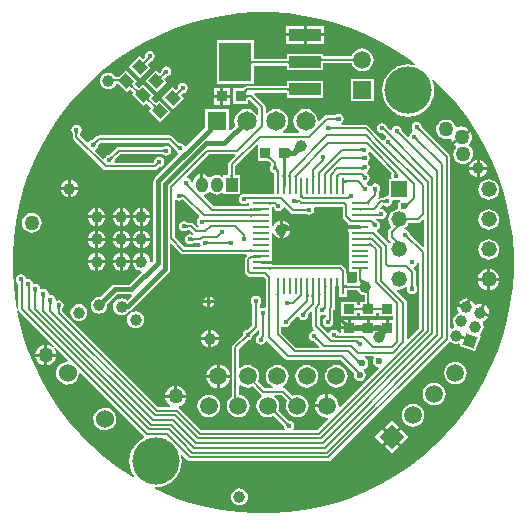
<source format=gtl>
G04*
G04 #@! TF.GenerationSoftware,Altium Limited,Altium Designer,20.0.7 (75)*
G04*
G04 Layer_Physical_Order=1*
G04 Layer_Color=255*
%FSLAX44Y44*%
%MOMM*%
G71*
G01*
G75*
%ADD12C,0.2000*%
%ADD17R,2.7000X1.0000*%
%ADD18R,2.7000X3.3000*%
%ADD19R,0.9652X0.8636*%
%ADD20R,0.8636X0.9652*%
G04:AMPARAMS|DCode=21|XSize=0.8636mm|YSize=0.9652mm|CornerRadius=0mm|HoleSize=0mm|Usage=FLASHONLY|Rotation=225.000|XOffset=0mm|YOffset=0mm|HoleType=Round|Shape=Rectangle|*
%AMROTATEDRECTD21*
4,1,4,-0.0359,0.6466,0.6466,-0.0359,0.0359,-0.6466,-0.6466,0.0359,-0.0359,0.6466,0.0*
%
%ADD21ROTATEDRECTD21*%

%ADD22R,1.4732X0.2794*%
%ADD23R,0.2794X1.4732*%
%ADD41C,1.5240*%
%ADD47C,0.4000*%
%ADD48C,0.2300*%
%ADD49C,0.2400*%
%ADD50C,0.2790*%
%ADD51C,0.2290*%
%ADD52R,1.0000X1.2700*%
%ADD53O,1.0000X1.2700*%
%ADD54C,1.5000*%
%ADD55R,1.5000X1.5000*%
%ADD56R,1.6500X1.6500*%
%ADD57C,1.6500*%
%ADD58P,1.4142X4X385.0*%
%ADD59C,1.0000*%
%ADD60R,1.3208X1.3208*%
%ADD61C,1.3208*%
%ADD62C,4.0000*%
%ADD63P,2.1213X4X90.0*%
%ADD64C,1.2700*%
%ADD65C,0.4500*%
%ADD66C,0.6000*%
G36*
X20804Y211224D02*
X34574Y209411D01*
X48196Y206701D01*
X61612Y203106D01*
X74763Y198642D01*
X87595Y193327D01*
X100052Y187184D01*
X112080Y180240D01*
X123628Y172523D01*
X128794Y168559D01*
X128204Y167411D01*
X127313Y167682D01*
X123000Y168106D01*
X118687Y167682D01*
X114540Y166424D01*
X110718Y164381D01*
X107368Y161632D01*
X104619Y158282D01*
X102576Y154460D01*
X101318Y150313D01*
X100894Y146000D01*
X101318Y141687D01*
X102576Y137540D01*
X104619Y133718D01*
X107368Y130368D01*
X110718Y127619D01*
X114540Y125576D01*
X118687Y124318D01*
X123000Y123894D01*
X127313Y124318D01*
X131460Y125576D01*
X135282Y127619D01*
X138632Y130368D01*
X141381Y133718D01*
X143424Y137540D01*
X144682Y141687D01*
X145106Y146000D01*
X144682Y150313D01*
X143424Y154460D01*
X143173Y154930D01*
X144167Y155719D01*
X145090Y154910D01*
X154910Y145090D01*
X164068Y134647D01*
X172523Y123628D01*
X180240Y112080D01*
X187184Y100052D01*
X193327Y87595D01*
X198642Y74763D01*
X203106Y61612D01*
X206701Y48196D01*
X209411Y34574D01*
X211224Y20804D01*
X212132Y6945D01*
Y-0D01*
Y-6945D01*
X211224Y-20804D01*
X209411Y-34574D01*
X206701Y-48196D01*
X203106Y-61612D01*
X198642Y-74764D01*
X193327Y-87595D01*
X187184Y-100052D01*
X180240Y-112080D01*
X172523Y-123628D01*
X164068Y-134647D01*
X154910Y-145090D01*
X145090Y-154910D01*
X134647Y-164068D01*
X123628Y-172523D01*
X112080Y-180240D01*
X100052Y-187184D01*
X87595Y-193327D01*
X74763Y-198642D01*
X61612Y-203106D01*
X48196Y-206701D01*
X34574Y-209411D01*
X20804Y-211224D01*
X6945Y-212132D01*
X-6945D01*
X-20804Y-211224D01*
X-34574Y-209411D01*
X-48196Y-206701D01*
X-61612Y-203106D01*
X-74764Y-198642D01*
X-87595Y-193327D01*
X-91725Y-191291D01*
X-91376Y-190069D01*
X-91000Y-190106D01*
X-86687Y-189682D01*
X-82540Y-188424D01*
X-78718Y-186381D01*
X-75368Y-183632D01*
X-72619Y-180282D01*
X-70576Y-176460D01*
X-69318Y-172313D01*
X-68894Y-168000D01*
X-69318Y-163687D01*
X-69521Y-163021D01*
X-68431Y-162368D01*
X-64080Y-166719D01*
X-63088Y-167382D01*
X-61917Y-167615D01*
X55385D01*
X55385Y-167615D01*
X56556Y-167382D01*
X57548Y-166719D01*
X157541Y-66725D01*
X158559Y-66603D01*
X159329Y-67308D01*
X160964Y-68159D01*
X162763Y-68558D01*
X164605Y-68478D01*
X165686Y-68137D01*
X166665Y-69159D01*
X166341Y-70052D01*
X179496Y-74840D01*
X184285Y-61684D01*
X183392Y-61360D01*
X183238Y-59952D01*
X184195Y-59343D01*
X185440Y-57984D01*
X186291Y-56349D01*
X186690Y-54549D01*
X186609Y-52708D01*
X186055Y-50950D01*
X185864Y-50650D01*
X186411Y-49146D01*
X187214Y-48892D01*
X188888Y-47826D01*
X190230Y-46362D01*
X190555Y-45737D01*
X183566Y-43193D01*
X184000Y-42000D01*
X182807Y-41566D01*
X185350Y-34576D01*
X184663Y-34424D01*
X182679Y-34511D01*
X180786Y-35108D01*
X180319Y-35405D01*
X179125Y-34971D01*
X178958Y-34442D01*
X177892Y-32768D01*
X176428Y-31427D01*
X175803Y-31101D01*
X173259Y-38091D01*
X172066Y-37656D01*
X171632Y-38850D01*
X164642Y-36306D01*
X164490Y-36994D01*
X164576Y-38977D01*
X165173Y-40870D01*
X165626Y-41580D01*
X165078Y-43085D01*
X164738Y-43192D01*
X163184Y-44182D01*
X161939Y-45541D01*
X161088Y-47176D01*
X160689Y-48975D01*
X160769Y-50816D01*
X161323Y-52574D01*
X161827Y-53365D01*
X161289Y-54844D01*
X160395Y-55126D01*
X159707Y-55564D01*
X158437Y-54867D01*
Y89621D01*
X158437Y89621D01*
X158204Y90792D01*
X157541Y91784D01*
X134339Y114986D01*
X134332Y114996D01*
X134333Y115000D01*
X134003Y116658D01*
X133064Y118064D01*
X131658Y119003D01*
X130000Y119333D01*
X128342Y119003D01*
X126936Y118064D01*
X125997Y116658D01*
X125667Y115000D01*
X125997Y113342D01*
X126652Y112360D01*
X126375Y111149D01*
X126208Y110914D01*
X124936Y110064D01*
X123997Y108658D01*
X123742Y107380D01*
X122692Y106904D01*
X122446Y106879D01*
X117339Y111987D01*
X117332Y111996D01*
X117333Y112000D01*
X117003Y113658D01*
X116064Y115064D01*
X114658Y116003D01*
X113000Y116333D01*
X111342Y116003D01*
X109936Y115064D01*
X108997Y113658D01*
X108813Y112733D01*
X107435Y112315D01*
X104870Y114880D01*
X104715Y115658D01*
X103776Y117064D01*
X102370Y118003D01*
X100712Y118333D01*
X99054Y118003D01*
X97648Y117064D01*
X96709Y115658D01*
X96379Y114000D01*
X96709Y112342D01*
X97648Y110936D01*
X99054Y109997D01*
X100712Y109667D01*
X101312Y109786D01*
X103972Y107126D01*
X103717Y105586D01*
X102936Y105064D01*
X102479Y104381D01*
X100901Y104164D01*
X88901Y116163D01*
X87909Y116826D01*
X86738Y117059D01*
X86738Y117059D01*
X66541D01*
X66155Y118329D01*
X67064Y118936D01*
X68003Y120342D01*
X68333Y122000D01*
X68003Y123658D01*
X67064Y125064D01*
X65658Y126003D01*
X64000Y126333D01*
X62342Y126003D01*
X60936Y125064D01*
X60933Y125060D01*
X60922Y125059D01*
X54000D01*
X52829Y124826D01*
X51837Y124163D01*
X51837Y124163D01*
X47509Y119834D01*
X46285Y120407D01*
X45986Y122676D01*
X44953Y125169D01*
X43310Y127311D01*
X41169Y128954D01*
X38676Y129986D01*
X36000Y130339D01*
X33324Y129986D01*
X30831Y128954D01*
X28690Y127311D01*
X27047Y125169D01*
X26014Y122676D01*
X25661Y120000D01*
X26014Y117325D01*
X27047Y114831D01*
X28690Y112690D01*
X30464Y111329D01*
X30032Y110059D01*
X16968D01*
X16536Y111329D01*
X18310Y112690D01*
X19953Y114831D01*
X20986Y117325D01*
X21338Y120000D01*
X20986Y122676D01*
X19953Y125169D01*
X18310Y127311D01*
X16169Y128954D01*
X13676Y129986D01*
X11000Y130339D01*
X8324Y129986D01*
X5831Y128954D01*
X3690Y127311D01*
X3261Y126753D01*
X2059Y127161D01*
Y132000D01*
X2059Y132000D01*
X1826Y133170D01*
X1163Y134163D01*
X1163Y134163D01*
X-7346Y142671D01*
X-6820Y143941D01*
X20000D01*
Y140000D01*
X51000D01*
Y154000D01*
X20000D01*
Y150059D01*
X-13507D01*
X-14677Y149826D01*
X-15670Y149163D01*
X-15670Y149163D01*
X-16633Y148200D01*
X-17032Y147848D01*
X-17061Y147826D01*
X-25317D01*
Y134174D01*
X-12681D01*
Y137941D01*
X-11267D01*
X-4059Y130733D01*
Y125968D01*
X-5329Y125537D01*
X-6690Y127311D01*
X-8831Y128954D01*
X-11324Y129986D01*
X-14000Y130339D01*
X-16676Y129986D01*
X-19169Y128954D01*
X-21310Y127311D01*
X-22953Y125169D01*
X-23986Y122676D01*
X-24339Y120000D01*
X-23986Y117325D01*
X-23534Y116233D01*
X-27577Y112191D01*
X-28750Y112677D01*
Y130250D01*
X-49250D01*
Y114518D01*
X-64852Y98916D01*
X-66361Y99203D01*
X-66936Y100064D01*
X-68342Y101003D01*
X-70000Y101333D01*
X-70840Y101166D01*
X-76837Y107163D01*
X-77829Y107826D01*
X-79000Y108059D01*
X-79000Y108059D01*
X-139000D01*
X-139000Y108059D01*
X-140170Y107826D01*
X-141163Y107163D01*
X-143986Y104339D01*
X-143996Y104332D01*
X-144000Y104333D01*
X-145658Y104003D01*
X-147064Y103064D01*
X-147586Y102283D01*
X-149126Y102027D01*
X-154941Y107843D01*
Y109792D01*
X-154940Y109803D01*
X-154936Y109806D01*
X-153997Y111212D01*
X-153667Y112870D01*
X-153997Y114528D01*
X-154936Y115934D01*
X-156342Y116874D01*
X-158000Y117203D01*
X-159658Y116874D01*
X-161064Y115934D01*
X-162003Y114528D01*
X-162333Y112870D01*
X-162003Y111212D01*
X-161064Y109806D01*
X-161060Y109803D01*
X-161059Y109792D01*
Y106576D01*
X-161059Y106575D01*
X-160826Y105405D01*
X-160163Y104413D01*
X-135337Y79587D01*
X-135337Y79587D01*
X-134345Y78924D01*
X-133174Y78691D01*
X-91750D01*
X-91750Y78691D01*
X-90580Y78924D01*
X-89587Y79587D01*
X-88035Y81139D01*
X-88026Y81146D01*
X-88022Y81145D01*
X-86363Y81475D01*
X-84958Y82414D01*
X-84018Y83820D01*
X-83688Y85478D01*
X-84018Y87137D01*
X-84958Y88542D01*
X-86363Y89482D01*
X-88022Y89812D01*
X-89680Y89482D01*
X-91086Y88542D01*
X-92025Y87137D01*
X-92355Y85478D01*
X-93321Y84809D01*
X-125072D01*
X-125980Y86079D01*
X-125797Y87000D01*
X-125798Y87004D01*
X-125791Y87014D01*
X-120863Y91941D01*
X-85078D01*
X-85066Y91940D01*
X-85064Y91936D01*
X-83658Y90997D01*
X-82000Y90667D01*
X-80342Y90997D01*
X-78936Y91936D01*
X-77997Y93342D01*
X-77667Y95000D01*
X-77997Y96658D01*
X-78936Y98064D01*
X-80342Y99003D01*
X-82000Y99333D01*
X-83658Y99003D01*
X-85064Y98064D01*
X-85066Y98060D01*
X-85078Y98059D01*
X-122130D01*
X-123301Y97826D01*
X-124293Y97163D01*
X-130117Y91339D01*
X-130126Y91332D01*
X-130130Y91333D01*
X-131789Y91003D01*
X-133194Y90064D01*
X-134064Y88762D01*
X-134346Y88563D01*
X-135356Y88257D01*
X-141972Y94874D01*
X-141717Y96414D01*
X-140936Y96936D01*
X-139996Y98342D01*
X-139667Y100000D01*
X-139668Y100004D01*
X-139661Y100014D01*
X-137733Y101941D01*
X-80267D01*
X-74087Y95761D01*
X-74003Y95342D01*
X-73064Y93936D01*
X-72203Y93361D01*
X-71916Y91852D01*
X-91884Y71884D01*
X-92768Y70561D01*
X-93078Y69000D01*
X-93078Y69000D01*
Y1689D01*
X-94305Y463D01*
X-94568Y592D01*
X-95415Y1149D01*
X-95654Y2968D01*
X-96414Y4803D01*
X-97622Y6378D01*
X-99198Y7586D01*
X-101032Y8346D01*
X-101730Y8438D01*
Y1000D01*
X-103000D01*
Y-270D01*
X-110438D01*
X-110346Y-968D01*
X-109586Y-2803D01*
X-108378Y-4378D01*
X-106803Y-5586D01*
X-104968Y-6346D01*
X-103149Y-6585D01*
X-102592Y-7432D01*
X-102463Y-7695D01*
X-113189Y-18422D01*
X-125500D01*
X-125500Y-18422D01*
X-127061Y-18732D01*
X-128384Y-19616D01*
X-128384Y-19616D01*
X-137858Y-29090D01*
X-139000Y-28940D01*
X-140827Y-29180D01*
X-142530Y-29885D01*
X-143992Y-31008D01*
X-145114Y-32470D01*
X-145820Y-34173D01*
X-146060Y-36000D01*
X-145820Y-37827D01*
X-145114Y-39530D01*
X-143992Y-40992D01*
X-142530Y-42115D01*
X-140827Y-42820D01*
X-139000Y-43060D01*
X-137173Y-42820D01*
X-135470Y-42115D01*
X-134008Y-40992D01*
X-132886Y-39530D01*
X-132180Y-37827D01*
X-131940Y-36000D01*
X-132090Y-34858D01*
X-123811Y-26578D01*
X-111642D01*
X-111376Y-26911D01*
X-111052Y-27784D01*
X-115094Y-31826D01*
X-116320Y-30886D01*
X-118023Y-30180D01*
X-119850Y-29940D01*
X-121678Y-30180D01*
X-123380Y-30886D01*
X-124843Y-32008D01*
X-125965Y-33470D01*
X-126670Y-35173D01*
X-126911Y-37000D01*
X-126670Y-38827D01*
X-125965Y-40530D01*
X-124843Y-41992D01*
X-123380Y-43115D01*
X-121678Y-43820D01*
X-119850Y-44060D01*
X-118023Y-43820D01*
X-116320Y-43115D01*
X-114858Y-41992D01*
X-113804Y-40619D01*
X-112539Y-40367D01*
X-111216Y-39483D01*
X-80116Y-8384D01*
X-79232Y-7061D01*
X-78922Y-5500D01*
X-78922Y-5500D01*
Y15936D01*
X-77748Y16423D01*
X-69662Y8337D01*
X-69662Y8337D01*
X-68670Y7674D01*
X-67500Y7441D01*
X-67499Y7441D01*
X-14350D01*
X-13824Y6171D01*
X-14693Y5302D01*
X-15356Y4310D01*
X-15589Y3139D01*
X-15589Y3139D01*
Y-7140D01*
X-15589Y-7140D01*
X-15356Y-8310D01*
X-14693Y-9303D01*
X-12935Y-11060D01*
X-12935Y-11060D01*
X-11943Y-11723D01*
X-10772Y-11956D01*
X-10772Y-11956D01*
X630D01*
X2191Y-13517D01*
Y-36942D01*
X921Y-37850D01*
X0Y-37667D01*
X-1658Y-37997D01*
X-1821Y-38105D01*
X-2941Y-37507D01*
Y-35078D01*
X-2940Y-35066D01*
X-2936Y-35064D01*
X-1997Y-33658D01*
X-1667Y-32000D01*
X-1997Y-30342D01*
X-2936Y-28936D01*
X-4342Y-27997D01*
X-6000Y-27667D01*
X-7658Y-27997D01*
X-9064Y-28936D01*
X-10003Y-30342D01*
X-10333Y-32000D01*
X-10003Y-33658D01*
X-9064Y-35064D01*
X-9060Y-35066D01*
X-9059Y-35078D01*
Y-52733D01*
X-12986Y-56661D01*
X-12996Y-56668D01*
X-13000Y-56667D01*
X-14658Y-56997D01*
X-16064Y-57936D01*
X-17003Y-59342D01*
X-17333Y-61000D01*
X-17332Y-61004D01*
X-17339Y-61013D01*
X-25663Y-69337D01*
X-26326Y-70329D01*
X-26559Y-71500D01*
X-26559Y-71500D01*
Y-113291D01*
X-27775Y-114225D01*
X-29298Y-116209D01*
X-30255Y-118520D01*
X-30582Y-121000D01*
X-30255Y-123480D01*
X-29298Y-125791D01*
X-27775Y-127775D01*
X-25791Y-129298D01*
X-23480Y-130255D01*
X-21000Y-130582D01*
X-18520Y-130255D01*
X-16209Y-129298D01*
X-14225Y-127775D01*
X-12702Y-125791D01*
X-11745Y-123480D01*
X-11418Y-121000D01*
X-11745Y-118520D01*
X-12702Y-116209D01*
X-14225Y-114225D01*
X-16209Y-112702D01*
X-18520Y-111744D01*
X-20441Y-111492D01*
Y-103865D01*
X-19171Y-103239D01*
X-17791Y-104298D01*
X-15480Y-105255D01*
X-13000Y-105582D01*
X-10520Y-105255D01*
X-8788Y-104538D01*
X-2163Y-111163D01*
X-2163Y-111163D01*
X-1424Y-111657D01*
X-1258Y-112667D01*
X-1303Y-113095D01*
X-2776Y-114225D01*
X-4298Y-116209D01*
X-5256Y-118520D01*
X-5582Y-121000D01*
X-5256Y-123480D01*
X-4298Y-125791D01*
X-2776Y-127775D01*
X-791Y-129298D01*
X1520Y-130255D01*
X4000Y-130582D01*
X6480Y-130255D01*
X8791Y-129298D01*
X8894Y-129219D01*
X17661Y-137986D01*
X17668Y-137996D01*
X17667Y-138000D01*
X17997Y-139658D01*
X18377Y-140227D01*
X17698Y-141497D01*
X-52366D01*
X-71026Y-122837D01*
X-71093Y-122793D01*
X-70951Y-121360D01*
X-69517Y-120765D01*
X-67660Y-119340D01*
X-66235Y-117483D01*
X-65339Y-115321D01*
X-65201Y-114270D01*
X-82800D01*
X-82661Y-115321D01*
X-81765Y-117483D01*
X-80340Y-119340D01*
X-78606Y-120671D01*
X-78613Y-121084D01*
X-78963Y-121941D01*
X-88733D01*
X-169941Y-40733D01*
Y-39078D01*
X-169940Y-39067D01*
X-169936Y-39064D01*
X-168997Y-37658D01*
X-168667Y-36000D01*
X-168997Y-34342D01*
X-169936Y-32936D01*
X-171342Y-31997D01*
X-173000Y-31667D01*
X-174658Y-31997D01*
X-175700Y-31165D01*
X-175667Y-31000D01*
X-175997Y-29342D01*
X-176936Y-27936D01*
X-178342Y-26997D01*
X-180000Y-26667D01*
X-180525Y-26771D01*
X-181667Y-26000D01*
X-181997Y-24342D01*
X-182936Y-22936D01*
X-184342Y-21997D01*
X-186000Y-21667D01*
X-187478Y-21961D01*
X-187702Y-21968D01*
X-188817Y-21243D01*
X-188996Y-20342D01*
X-189936Y-18936D01*
X-191341Y-17997D01*
X-193000Y-17667D01*
X-194658Y-17996D01*
X-194896Y-16848D01*
X-194997Y-16342D01*
X-195936Y-14936D01*
X-197342Y-13997D01*
X-199000Y-13667D01*
X-200658Y-13997D01*
X-200896Y-12847D01*
X-200997Y-12342D01*
X-201936Y-10936D01*
X-203342Y-9997D01*
X-205000Y-9667D01*
X-206658Y-9997D01*
X-208064Y-10936D01*
X-209003Y-12342D01*
X-209333Y-14000D01*
X-209003Y-15658D01*
X-208064Y-17064D01*
X-207309Y-17569D01*
Y-38631D01*
X-208579Y-38756D01*
X-209411Y-34574D01*
X-211224Y-20804D01*
X-212132Y-6945D01*
Y0D01*
Y6945D01*
X-211224Y20804D01*
X-209411Y34574D01*
X-206701Y48196D01*
X-203106Y61612D01*
X-198642Y74763D01*
X-193327Y87595D01*
X-187184Y100052D01*
X-180240Y112080D01*
X-172523Y123628D01*
X-164068Y134647D01*
X-154910Y145090D01*
X-145090Y154910D01*
X-134647Y164068D01*
X-123628Y172523D01*
X-112080Y180240D01*
X-100052Y187184D01*
X-87595Y193327D01*
X-74764Y198642D01*
X-61612Y203106D01*
X-48196Y206701D01*
X-34574Y209411D01*
X-20804Y211224D01*
X-6945Y212132D01*
X6945D01*
X20804Y211224D01*
D02*
G37*
G36*
X-13297Y145796D02*
X-13658Y145425D01*
X-14453Y144485D01*
X-14622Y144230D01*
X-14742Y144003D01*
X-14814Y143806D01*
X-14838Y143637D01*
X-14814Y143497D01*
X-14742Y143386D01*
X-17121Y145765D01*
X-17010Y145693D01*
X-16870Y145669D01*
X-16701Y145693D01*
X-16504Y145765D01*
X-16277Y145885D01*
X-16022Y146054D01*
X-15738Y146271D01*
X-15082Y146848D01*
X-14711Y147210D01*
X-13297Y145796D01*
D02*
G37*
G36*
X22030Y145000D02*
X22010Y145190D01*
X21950Y145360D01*
X21850Y145510D01*
X21710Y145640D01*
X21530Y145750D01*
X21310Y145840D01*
X21050Y145910D01*
X20750Y145960D01*
X20410Y145990D01*
X20030Y146000D01*
Y148000D01*
X20410Y148010D01*
X20750Y148040D01*
X21050Y148090D01*
X21310Y148160D01*
X21530Y148250D01*
X21710Y148360D01*
X21850Y148490D01*
X21950Y148640D01*
X22010Y148810D01*
X22030Y149000D01*
Y145000D01*
D02*
G37*
G36*
X-14722Y142810D02*
X-14661Y142640D01*
X-14559Y142490D01*
X-14417Y142360D01*
X-14234Y142250D01*
X-14011Y142160D01*
X-13747Y142090D01*
X-13442Y142040D01*
X-13097Y142010D01*
X-12711Y142000D01*
Y140000D01*
X-13097Y139990D01*
X-13442Y139960D01*
X-13747Y139910D01*
X-14011Y139840D01*
X-14234Y139750D01*
X-14417Y139640D01*
X-14559Y139510D01*
X-14661Y139360D01*
X-14722Y139190D01*
X-14742Y139000D01*
Y143000D01*
X-14722Y142810D01*
D02*
G37*
G36*
X62393Y120425D02*
X62274Y120534D01*
X62143Y120632D01*
X61998Y120718D01*
X61841Y120793D01*
X61672Y120856D01*
X61490Y120908D01*
X61295Y120948D01*
X61087Y120977D01*
X60867Y120994D01*
X60634Y121000D01*
Y123000D01*
X60867Y123006D01*
X61087Y123023D01*
X61295Y123052D01*
X61490Y123092D01*
X61672Y123144D01*
X61841Y123207D01*
X61998Y123282D01*
X62143Y123368D01*
X62274Y123466D01*
X62393Y123575D01*
Y120425D01*
D02*
G37*
G36*
X56726Y115466D02*
X56858Y115368D01*
X57002Y115282D01*
X57159Y115207D01*
X57328Y115144D01*
X57510Y115092D01*
X57705Y115052D01*
X57913Y115023D01*
X58133Y115006D01*
X58366Y115000D01*
Y113000D01*
X58133Y112994D01*
X57913Y112977D01*
X57705Y112948D01*
X57510Y112908D01*
X57328Y112856D01*
X57159Y112793D01*
X57002Y112718D01*
X56858Y112632D01*
X56726Y112534D01*
X56607Y112425D01*
Y115575D01*
X56726Y115466D01*
D02*
G37*
G36*
X132257Y114816D02*
X132281Y114654D01*
X132322Y114491D01*
X132380Y114327D01*
X132455Y114162D01*
X132547Y113997D01*
X132657Y113831D01*
X132783Y113664D01*
X132926Y113496D01*
X133087Y113327D01*
X131673Y111913D01*
X131504Y112074D01*
X131336Y112217D01*
X131169Y112343D01*
X131003Y112453D01*
X130838Y112545D01*
X130673Y112620D01*
X130509Y112678D01*
X130346Y112719D01*
X130184Y112743D01*
X130022Y112750D01*
X132250Y114978D01*
X132257Y114816D01*
D02*
G37*
G36*
X-156534Y111144D02*
X-156632Y111012D01*
X-156718Y110868D01*
X-156793Y110711D01*
X-156856Y110542D01*
X-156908Y110359D01*
X-156948Y110165D01*
X-156977Y109957D01*
X-156994Y109737D01*
X-157000Y109504D01*
X-159000D01*
X-159006Y109737D01*
X-159023Y109957D01*
X-159052Y110165D01*
X-159092Y110359D01*
X-159144Y110542D01*
X-159207Y110711D01*
X-159282Y110868D01*
X-159368Y111012D01*
X-159466Y111144D01*
X-159575Y111263D01*
X-156425D01*
X-156534Y111144D01*
D02*
G37*
G36*
X115257Y111816D02*
X115281Y111654D01*
X115322Y111491D01*
X115380Y111327D01*
X115455Y111162D01*
X115547Y110997D01*
X115657Y110831D01*
X115783Y110664D01*
X115926Y110496D01*
X116087Y110327D01*
X114673Y108913D01*
X114504Y109074D01*
X114336Y109217D01*
X114169Y109343D01*
X114003Y109453D01*
X113838Y109545D01*
X113673Y109620D01*
X113509Y109678D01*
X113346Y109719D01*
X113184Y109743D01*
X113022Y109750D01*
X115250Y111978D01*
X115257Y111816D01*
D02*
G37*
G36*
X130257Y106816D02*
X130281Y106654D01*
X130322Y106491D01*
X130380Y106327D01*
X130455Y106162D01*
X130547Y105997D01*
X130657Y105831D01*
X130783Y105664D01*
X130926Y105496D01*
X131087Y105327D01*
X129673Y103913D01*
X129504Y104074D01*
X129336Y104217D01*
X129169Y104343D01*
X129003Y104453D01*
X128838Y104545D01*
X128673Y104620D01*
X128509Y104678D01*
X128346Y104719D01*
X128184Y104743D01*
X128022Y104750D01*
X130250Y106978D01*
X130257Y106816D01*
D02*
G37*
G36*
X-140913Y101673D02*
X-141073Y101504D01*
X-141217Y101336D01*
X-141343Y101169D01*
X-141453Y101003D01*
X-141545Y100838D01*
X-141620Y100673D01*
X-141678Y100509D01*
X-141719Y100346D01*
X-141743Y100184D01*
X-141750Y100022D01*
X-143977Y102250D01*
X-143816Y102257D01*
X-143654Y102281D01*
X-143491Y102322D01*
X-143327Y102380D01*
X-143162Y102455D01*
X-142997Y102547D01*
X-142831Y102657D01*
X-142664Y102783D01*
X-142496Y102926D01*
X-142327Y103087D01*
X-140913Y101673D01*
D02*
G37*
G36*
X108257Y101816D02*
X108281Y101654D01*
X108322Y101491D01*
X108380Y101327D01*
X108455Y101162D01*
X108547Y100997D01*
X108656Y100831D01*
X108783Y100663D01*
X108926Y100496D01*
X109087Y100327D01*
X107673Y98913D01*
X107504Y99073D01*
X107336Y99217D01*
X107169Y99343D01*
X107003Y99452D01*
X106837Y99545D01*
X106673Y99620D01*
X106509Y99678D01*
X106346Y99719D01*
X106184Y99743D01*
X106022Y99750D01*
X108250Y101977D01*
X108257Y101816D01*
D02*
G37*
G36*
X31950Y94000D02*
X31533Y93986D01*
X31122Y93936D01*
X30717Y93849D01*
X30318Y93726D01*
X29925Y93567D01*
X29539Y93371D01*
X29158Y93139D01*
X28784Y92870D01*
X28415Y92565D01*
X28052Y92224D01*
X26000Y94277D01*
Y91000D01*
X25289Y90983D01*
X24653Y90931D01*
X24092Y90846D01*
X23605Y90726D01*
X23194Y90572D01*
X22857Y90384D01*
X22595Y90161D01*
X22408Y89905D01*
X22296Y89614D01*
X22258Y89289D01*
Y96711D01*
X22296Y96386D01*
X22408Y96095D01*
X22595Y95838D01*
X22857Y95616D01*
X23194Y95428D01*
X23605Y95274D01*
X24092Y95154D01*
X24653Y95068D01*
X25257Y95020D01*
X25224Y95052D01*
X25565Y95415D01*
X25870Y95784D01*
X26139Y96158D01*
X26371Y96539D01*
X26567Y96925D01*
X26726Y97318D01*
X26849Y97717D01*
X26936Y98122D01*
X26986Y98533D01*
X27000Y98950D01*
X31950Y94000D01*
D02*
G37*
G36*
X83969Y94425D02*
X83849Y94534D01*
X83718Y94632D01*
X83574Y94718D01*
X83417Y94793D01*
X83247Y94856D01*
X83065Y94908D01*
X82870Y94948D01*
X82663Y94977D01*
X82443Y94994D01*
X82210Y95000D01*
Y97000D01*
X82443Y97006D01*
X82663Y97023D01*
X82870Y97052D01*
X83065Y97092D01*
X83247Y97144D01*
X83417Y97207D01*
X83574Y97282D01*
X83718Y97368D01*
X83849Y97466D01*
X83969Y97575D01*
Y94425D01*
D02*
G37*
G36*
X-83607Y93425D02*
X-83726Y93534D01*
X-83857Y93632D01*
X-84002Y93718D01*
X-84159Y93793D01*
X-84328Y93856D01*
X-84510Y93908D01*
X-84705Y93948D01*
X-84913Y93977D01*
X-85133Y93994D01*
X-85365Y94000D01*
Y96000D01*
X-85133Y96006D01*
X-84913Y96023D01*
X-84705Y96052D01*
X-84510Y96092D01*
X-84328Y96144D01*
X-84159Y96207D01*
X-84002Y96282D01*
X-83857Y96368D01*
X-83726Y96466D01*
X-83607Y96575D01*
Y93425D01*
D02*
G37*
G36*
X84393Y87425D02*
X84274Y87534D01*
X84143Y87632D01*
X83998Y87718D01*
X83841Y87793D01*
X83672Y87856D01*
X83490Y87908D01*
X83295Y87948D01*
X83087Y87977D01*
X82867Y87994D01*
X82634Y88000D01*
Y90000D01*
X82867Y90006D01*
X83087Y90023D01*
X83295Y90052D01*
X83490Y90092D01*
X83672Y90144D01*
X83841Y90207D01*
X83998Y90282D01*
X84143Y90368D01*
X84274Y90466D01*
X84393Y90575D01*
Y87425D01*
D02*
G37*
G36*
X-127043Y88673D02*
X-127204Y88504D01*
X-127347Y88336D01*
X-127474Y88169D01*
X-127583Y88003D01*
X-127675Y87838D01*
X-127750Y87673D01*
X-127808Y87509D01*
X-127849Y87346D01*
X-127873Y87184D01*
X-127880Y87022D01*
X-130108Y89250D01*
X-129946Y89257D01*
X-129784Y89281D01*
X-129621Y89322D01*
X-129457Y89380D01*
X-129293Y89455D01*
X-129127Y89547D01*
X-128961Y89657D01*
X-128794Y89783D01*
X-128626Y89926D01*
X-128457Y90087D01*
X-127043Y88673D01*
D02*
G37*
G36*
X19366Y91497D02*
X19321Y91333D01*
X19281Y91095D01*
X19247Y90784D01*
X19175Y89406D01*
X19161Y88235D01*
X20301D01*
X20083Y88211D01*
X19887Y88142D01*
X19715Y88025D01*
X19565Y87862D01*
X19439Y87652D01*
X19335Y87396D01*
X19255Y87093D01*
X19197Y86743D01*
X19163Y86347D01*
X19151Y85904D01*
X16851D01*
X16840Y86347D01*
X16805Y86743D01*
X16748Y87093D01*
X16667Y87396D01*
X16564Y87652D01*
X16437Y87862D01*
X16288Y88025D01*
X16115Y88142D01*
X15920Y88211D01*
X15701Y88235D01*
X16841D01*
X16637Y91497D01*
X16586Y91587D01*
X19416D01*
X19366Y91497D01*
D02*
G37*
G36*
X-88044Y83229D02*
X-88206Y83222D01*
X-88368Y83197D01*
X-88531Y83156D01*
X-88695Y83098D01*
X-88859Y83023D01*
X-89025Y82931D01*
X-89191Y82822D01*
X-89358Y82695D01*
X-89526Y82552D01*
X-89694Y82391D01*
X-91109Y83806D01*
X-90948Y83974D01*
X-90805Y84142D01*
X-90678Y84309D01*
X-90569Y84475D01*
X-90477Y84641D01*
X-90402Y84805D01*
X-90344Y84969D01*
X-90302Y85132D01*
X-90279Y85294D01*
X-90272Y85456D01*
X-88044Y83229D01*
D02*
G37*
G36*
X11006Y83133D02*
X11023Y82913D01*
X11052Y82705D01*
X11092Y82510D01*
X11144Y82328D01*
X11207Y82159D01*
X11282Y82002D01*
X11368Y81858D01*
X11466Y81726D01*
X11575Y81607D01*
X8425D01*
X8534Y81726D01*
X8632Y81858D01*
X8718Y82002D01*
X8793Y82159D01*
X8856Y82328D01*
X8908Y82510D01*
X8948Y82705D01*
X8977Y82913D01*
X8994Y83133D01*
X9000Y83365D01*
X11000D01*
X11006Y83133D01*
D02*
G37*
G36*
X85215Y78891D02*
X85137Y78912D01*
X85019Y78930D01*
X84662Y78961D01*
X83470Y78996D01*
X82634Y79000D01*
X82400Y81000D01*
X82637Y81007D01*
X82853Y81028D01*
X83050Y81063D01*
X83226Y81111D01*
X83382Y81174D01*
X83518Y81251D01*
X83634Y81341D01*
X83730Y81446D01*
X83805Y81564D01*
X83861Y81697D01*
X85215Y78891D01*
D02*
G37*
G36*
X12248Y79739D02*
X12268Y79599D01*
X12306Y79454D01*
X12363Y79306D01*
X12438Y79153D01*
X12531Y78996D01*
X12643Y78835D01*
X12772Y78670D01*
X12921Y78501D01*
X13087Y78327D01*
X11673Y76913D01*
X11499Y77080D01*
X11165Y77357D01*
X11004Y77469D01*
X10847Y77562D01*
X10694Y77637D01*
X10546Y77694D01*
X10401Y77732D01*
X10261Y77752D01*
X10125Y77754D01*
X12247Y79875D01*
X12248Y79739D01*
D02*
G37*
G36*
X-23558Y90768D02*
X-28763Y85563D01*
X-29426Y84571D01*
X-29659Y83400D01*
X-29659Y83400D01*
Y74650D01*
X-33600D01*
Y73700D01*
X-34870Y73074D01*
X-35770Y73765D01*
X-37473Y74470D01*
X-39300Y74710D01*
X-41127Y74470D01*
X-42830Y73765D01*
X-44292Y72642D01*
X-44509Y72360D01*
X-46110D01*
X-46622Y73028D01*
X-48197Y74236D01*
X-50032Y74996D01*
X-50730Y75088D01*
Y66300D01*
X-53270D01*
Y75088D01*
X-53968Y74996D01*
X-55802Y74236D01*
X-57378Y73028D01*
X-58586Y71452D01*
X-59346Y69618D01*
X-59485Y68566D01*
X-60771Y68524D01*
X-60997Y69658D01*
X-61936Y71064D01*
X-63342Y72003D01*
X-64156Y72165D01*
X-64574Y73544D01*
X-46177Y91941D01*
X-24044D01*
X-23558Y90768D01*
D02*
G37*
G36*
X85002Y75417D02*
X86082Y74481D01*
X86255Y74363D01*
X86413Y74267D01*
X86557Y74193D01*
X86686Y74143D01*
X83871Y72728D01*
X83910Y72877D01*
X83927Y73027D01*
X83922Y73181D01*
X83894Y73337D01*
X83844Y73495D01*
X83772Y73656D01*
X83678Y73819D01*
X83561Y73985D01*
X83422Y74154D01*
X83261Y74325D01*
X84742Y75672D01*
X85002Y75417D01*
D02*
G37*
G36*
X-25590Y74234D02*
X-25560Y73889D01*
X-25510Y73584D01*
X-25440Y73320D01*
X-25350Y73097D01*
X-25240Y72914D01*
X-25110Y72772D01*
X-24960Y72670D01*
X-24790Y72609D01*
X-24600Y72589D01*
X-28600D01*
X-28410Y72609D01*
X-28240Y72670D01*
X-28090Y72772D01*
X-27960Y72914D01*
X-27850Y73097D01*
X-27760Y73320D01*
X-27690Y73584D01*
X-27640Y73889D01*
X-27610Y74234D01*
X-27600Y74619D01*
X-25600D01*
X-25590Y74234D01*
D02*
G37*
G36*
X58504Y74120D02*
X58592Y73000D01*
X58632Y72819D01*
X58680Y72680D01*
X58735Y72579D01*
X58797Y72519D01*
X58867Y72499D01*
X56134D01*
X56203Y72519D01*
X56266Y72579D01*
X56321Y72680D01*
X56368Y72819D01*
X56409Y73000D01*
X56442Y73219D01*
X56486Y73780D01*
X56500Y74500D01*
X58500D01*
X58504Y74120D01*
D02*
G37*
G36*
X53504D02*
X53592Y73000D01*
X53632Y72819D01*
X53680Y72680D01*
X53735Y72579D01*
X53797Y72519D01*
X53867Y72499D01*
X51134D01*
X51203Y72519D01*
X51266Y72579D01*
X51321Y72680D01*
X51368Y72819D01*
X51409Y73000D01*
X51441Y73219D01*
X51485Y73780D01*
X51500Y74500D01*
X53500D01*
X53504Y74120D01*
D02*
G37*
G36*
X48504D02*
X48592Y73000D01*
X48632Y72819D01*
X48680Y72680D01*
X48735Y72579D01*
X48797Y72519D01*
X48867Y72499D01*
X46134D01*
X46203Y72519D01*
X46266Y72579D01*
X46321Y72680D01*
X46368Y72819D01*
X46409Y73000D01*
X46442Y73219D01*
X46486Y73780D01*
X46500Y74500D01*
X48500D01*
X48504Y74120D01*
D02*
G37*
G36*
X43504D02*
X43592Y73000D01*
X43632Y72819D01*
X43680Y72680D01*
X43735Y72579D01*
X43797Y72519D01*
X43867Y72499D01*
X41134D01*
X41203Y72519D01*
X41266Y72579D01*
X41321Y72680D01*
X41368Y72819D01*
X41409Y73000D01*
X41441Y73219D01*
X41486Y73780D01*
X41500Y74500D01*
X43500D01*
X43504Y74120D01*
D02*
G37*
G36*
X28504Y73654D02*
X28559Y73013D01*
X28592Y72856D01*
X28632Y72728D01*
X28680Y72628D01*
X28735Y72557D01*
X28797Y72514D01*
X28867Y72499D01*
X26134D01*
X26203Y72514D01*
X26266Y72557D01*
X26321Y72628D01*
X26369Y72728D01*
X26409Y72856D01*
X26442Y73013D01*
X26467Y73198D01*
X26497Y73654D01*
X26500Y73925D01*
X28500D01*
X28504Y73654D01*
D02*
G37*
G36*
X23504Y74120D02*
X23592Y73000D01*
X23632Y72819D01*
X23680Y72680D01*
X23735Y72579D01*
X23797Y72519D01*
X23867Y72499D01*
X21134D01*
X21203Y72519D01*
X21266Y72579D01*
X21321Y72680D01*
X21368Y72819D01*
X21409Y73000D01*
X21442Y73219D01*
X21486Y73780D01*
X21500Y74500D01*
X23500D01*
X23504Y74120D01*
D02*
G37*
G36*
X18653Y74363D02*
X18757Y72706D01*
X18789Y72592D01*
X18826Y72523D01*
X18867Y72499D01*
X16134D01*
X16175Y72523D01*
X16212Y72592D01*
X16244Y72706D01*
X16272Y72867D01*
X16296Y73074D01*
X16342Y73972D01*
X16350Y74799D01*
X18650D01*
X18653Y74363D01*
D02*
G37*
G36*
X13504Y74120D02*
X13592Y73000D01*
X13632Y72819D01*
X13680Y72680D01*
X13735Y72579D01*
X13797Y72519D01*
X13867Y72499D01*
X11134D01*
X11203Y72519D01*
X11266Y72579D01*
X11321Y72680D01*
X11368Y72819D01*
X11409Y73000D01*
X11442Y73219D01*
X11486Y73780D01*
X11500Y74500D01*
X13500D01*
X13504Y74120D01*
D02*
G37*
G36*
X63867Y72499D02*
X61500Y72469D01*
X61575Y72484D01*
X61643Y72528D01*
X61702Y72600D01*
X61754Y72700D01*
X61798Y72829D01*
X61834Y72986D01*
X61861Y73171D01*
X61881Y73385D01*
X61897Y73897D01*
X63897D01*
X63867Y72499D01*
D02*
G37*
G36*
X68857Y70810D02*
X68918Y70640D01*
X69019Y70490D01*
X69161Y70360D01*
X69344Y70250D01*
X69567Y70160D01*
X69831Y70090D01*
X70136Y70040D01*
X70481Y70010D01*
X70867Y70000D01*
Y68000D01*
X70481Y67990D01*
X70136Y67960D01*
X69831Y67910D01*
X69567Y67840D01*
X69344Y67750D01*
X69161Y67640D01*
X69019Y67510D01*
X68918Y67360D01*
X68857Y67190D01*
X68836Y67000D01*
Y71000D01*
X68857Y70810D01*
D02*
G37*
G36*
X-63030Y66880D02*
X-63058Y66741D01*
X-63063Y66598D01*
X-63045Y66451D01*
X-63002Y66299D01*
X-62935Y66144D01*
X-62844Y65984D01*
X-62730Y65820D01*
X-62592Y65652D01*
X-62429Y65480D01*
X-64658Y64880D01*
X-64835Y65055D01*
X-65655Y65784D01*
X-65753Y65852D01*
X-65839Y65905D01*
X-65913Y65944D01*
X-62977Y67016D01*
X-63030Y66880D01*
D02*
G37*
G36*
X84496Y65926D02*
X84664Y65783D01*
X84831Y65657D01*
X84997Y65547D01*
X85162Y65455D01*
X85327Y65380D01*
X85491Y65322D01*
X85654Y65281D01*
X85816Y65257D01*
X85977Y65250D01*
X83750Y63022D01*
X83743Y63184D01*
X83719Y63346D01*
X83678Y63509D01*
X83620Y63673D01*
X83545Y63838D01*
X83453Y64003D01*
X83343Y64169D01*
X83217Y64336D01*
X83074Y64504D01*
X82913Y64673D01*
X84327Y66087D01*
X84496Y65926D01*
D02*
G37*
G36*
X96466Y61274D02*
X96368Y61143D01*
X96282Y60998D01*
X96207Y60841D01*
X96144Y60672D01*
X96092Y60490D01*
X96052Y60295D01*
X96023Y60087D01*
X96006Y59867D01*
X96000Y59634D01*
X94000D01*
X93994Y59867D01*
X93977Y60087D01*
X93948Y60295D01*
X93908Y60490D01*
X93856Y60672D01*
X93793Y60841D01*
X93718Y60998D01*
X93632Y61143D01*
X93534Y61274D01*
X93425Y61393D01*
X96575D01*
X96466Y61274D01*
D02*
G37*
G36*
X-4319Y99559D02*
Y86174D01*
X4499D01*
X6498Y84175D01*
X6936Y83064D01*
X5997Y81658D01*
X5667Y80000D01*
X5997Y78342D01*
X6936Y76936D01*
X8342Y75997D01*
X9441Y75778D01*
Y74530D01*
X9103D01*
Y72543D01*
X9094Y72499D01*
X9103Y72456D01*
Y57956D01*
X-14076D01*
X-14268Y57971D01*
X-14300Y57976D01*
X-14342Y58003D01*
X-16000Y58333D01*
X-17658Y58003D01*
X-18556Y57403D01*
X-19600Y58233D01*
Y74650D01*
X-23541D01*
Y82133D01*
X-5405Y100269D01*
X-4319Y99559D01*
D02*
G37*
G36*
X90827Y94108D02*
X108944Y75991D01*
X108722Y75658D01*
X108392Y74000D01*
X108722Y72342D01*
X108900Y72074D01*
X108222Y70804D01*
X106196D01*
Y57096D01*
X105214Y56290D01*
X105000Y56333D01*
X103342Y56003D01*
X101936Y55064D01*
X101933Y55060D01*
X101922Y55059D01*
X100000D01*
X98829Y54826D01*
X98065Y54315D01*
X97163Y55204D01*
X97826Y56196D01*
X98059Y57367D01*
Y59922D01*
X98060Y59934D01*
X98064Y59936D01*
X99003Y61342D01*
X99333Y63000D01*
X99003Y64658D01*
X98064Y66064D01*
X96658Y67003D01*
X95000Y67333D01*
X93342Y67003D01*
X91936Y66064D01*
X91206Y64971D01*
X90904Y64893D01*
X90096D01*
X89794Y64971D01*
X89064Y66064D01*
X87971Y66794D01*
X87893Y67096D01*
Y67904D01*
X87971Y68206D01*
X89064Y68936D01*
X90003Y70342D01*
X90333Y72000D01*
X90003Y73658D01*
X89064Y75064D01*
X87971Y75794D01*
X87893Y76096D01*
Y76904D01*
X87965Y77184D01*
X87982Y77213D01*
X89064Y77936D01*
X90003Y79342D01*
X90333Y81000D01*
X90003Y82658D01*
X89064Y84064D01*
X88614Y84365D01*
Y85635D01*
X89064Y85936D01*
X90003Y87342D01*
X90333Y89000D01*
X90003Y90658D01*
X89064Y92064D01*
X88639Y92348D01*
Y92936D01*
X89321Y93957D01*
X89894Y94134D01*
X90481Y94173D01*
X90827Y94108D01*
D02*
G37*
G36*
X33798Y57812D02*
X33736Y57762D01*
X33681Y57678D01*
X33634Y57562D01*
X33594Y57412D01*
X33561Y57228D01*
X33536Y57011D01*
X33507Y56478D01*
X33503Y56161D01*
X31503D01*
X31499Y56478D01*
X31444Y57228D01*
X31411Y57412D01*
X31370Y57562D01*
X31322Y57678D01*
X31267Y57762D01*
X31204Y57812D01*
X31134Y57828D01*
X33867D01*
X33798Y57812D01*
D02*
G37*
G36*
X-69274Y58466D02*
X-69142Y58368D01*
X-68998Y58282D01*
X-68841Y58207D01*
X-68672Y58144D01*
X-68489Y58092D01*
X-68295Y58052D01*
X-68087Y58023D01*
X-67867Y58006D01*
X-67635Y58000D01*
Y56000D01*
X-67867Y55994D01*
X-68087Y55977D01*
X-68295Y55948D01*
X-68489Y55908D01*
X-68672Y55856D01*
X-68841Y55793D01*
X-68998Y55718D01*
X-69142Y55632D01*
X-69274Y55534D01*
X-69393Y55425D01*
Y58575D01*
X-69274Y58466D01*
D02*
G37*
G36*
X-15050Y56048D02*
X-14935Y56016D01*
X-14804Y55988D01*
X-14494Y55943D01*
X-14121Y55914D01*
X-13440Y55897D01*
X-12402Y53897D01*
X-12638Y53890D01*
X-12855Y53869D01*
X-13053Y53834D01*
X-13231Y53785D01*
X-13390Y53722D01*
X-13530Y53645D01*
X-13651Y53554D01*
X-13753Y53449D01*
X-13835Y53329D01*
X-13899Y53196D01*
X-15149Y56083D01*
X-15050Y56048D01*
D02*
G37*
G36*
X-67031Y53130D02*
X-54027Y40126D01*
X-54283Y38586D01*
X-55064Y38064D01*
X-56003Y36658D01*
X-56333Y35000D01*
X-56003Y33342D01*
X-55064Y31936D01*
X-54155Y31329D01*
X-54541Y30059D01*
X-55733D01*
X-58837Y33163D01*
X-59829Y33826D01*
X-61000Y34059D01*
X-61000Y34059D01*
X-63922D01*
X-63934Y34060D01*
X-63936Y34064D01*
X-65342Y35003D01*
X-67000Y35333D01*
X-68658Y35003D01*
X-70064Y34064D01*
X-71003Y32658D01*
X-71333Y31000D01*
X-71003Y29342D01*
X-70064Y27936D01*
X-68658Y26997D01*
X-67000Y26667D01*
X-65342Y26997D01*
X-63936Y27936D01*
X-63934Y27940D01*
X-63922Y27941D01*
X-62267D01*
X-59481Y25156D01*
X-59541Y24008D01*
X-59697Y23667D01*
X-59781Y23629D01*
X-60342Y24003D01*
X-62000Y24333D01*
X-63658Y24003D01*
X-65064Y23064D01*
X-66003Y21658D01*
X-66333Y20000D01*
X-66003Y18342D01*
X-65064Y16936D01*
X-63658Y15997D01*
X-62000Y15667D01*
X-60342Y15997D01*
X-58936Y16936D01*
X-58934Y16940D01*
X-58922Y16941D01*
X-53425D01*
X-53425Y16941D01*
X-53306Y16862D01*
X-53003Y15342D01*
X-52660Y14828D01*
X-53339Y13558D01*
X-66233D01*
X-74941Y22267D01*
Y53137D01*
X-73671Y53673D01*
X-72658Y52997D01*
X-71000Y52667D01*
X-69342Y52997D01*
X-67936Y53936D01*
X-67031Y53130D01*
D02*
G37*
G36*
X90914Y51866D02*
X90645Y51585D01*
X90193Y51027D01*
X90009Y50750D01*
X89853Y50476D01*
X89726Y50204D01*
X89627Y49933D01*
X89556Y49665D01*
X89514Y49398D01*
X89500Y49134D01*
X86671Y51866D01*
X86829Y51756D01*
X87015Y51701D01*
X87228Y51702D01*
X87469Y51759D01*
X87738Y51873D01*
X88035Y52042D01*
X88359Y52268D01*
X88712Y52549D01*
X89500Y53281D01*
X90914Y51866D01*
D02*
G37*
G36*
X27726Y53466D02*
X27857Y53368D01*
X28002Y53282D01*
X28159Y53207D01*
X28328Y53144D01*
X28510Y53092D01*
X28705Y53052D01*
X28913Y53023D01*
X29133Y53006D01*
X29365Y53000D01*
Y51000D01*
X29133Y50994D01*
X28913Y50977D01*
X28705Y50948D01*
X28510Y50908D01*
X28328Y50856D01*
X28159Y50793D01*
X28002Y50718D01*
X27857Y50632D01*
X27726Y50534D01*
X27607Y50425D01*
Y53575D01*
X27726Y53466D01*
D02*
G37*
G36*
X103393Y50425D02*
X103274Y50534D01*
X103142Y50632D01*
X102998Y50718D01*
X102841Y50793D01*
X102671Y50856D01*
X102489Y50908D01*
X102295Y50948D01*
X102087Y50977D01*
X101867Y50994D01*
X101634Y51000D01*
Y53000D01*
X101867Y53006D01*
X102087Y53023D01*
X102295Y53052D01*
X102489Y53092D01*
X102671Y53144D01*
X102841Y53207D01*
X102998Y53282D01*
X103142Y53368D01*
X103274Y53466D01*
X103393Y53575D01*
Y50425D01*
D02*
G37*
G36*
X123239Y48825D02*
X123046Y48625D01*
X122518Y48010D01*
X122360Y47799D01*
X121940Y47148D01*
X121817Y46926D01*
X121704Y46700D01*
X120441Y50631D01*
X120669Y50523D01*
X120897Y50448D01*
X121123Y50408D01*
X121348Y50402D01*
X121571Y50430D01*
X121793Y50492D01*
X122014Y50588D01*
X122233Y50718D01*
X122450Y50882D01*
X122667Y51081D01*
X123239Y48825D01*
D02*
G37*
G36*
X5192Y51797D02*
X5252Y51735D01*
X5352Y51680D01*
X5492Y51632D01*
X5672Y51592D01*
X5892Y51559D01*
X6452Y51515D01*
X7172Y51500D01*
Y49500D01*
X6792Y49496D01*
X5672Y49408D01*
X5492Y49368D01*
X5352Y49320D01*
X5252Y49265D01*
X5192Y49203D01*
X5172Y49134D01*
Y51866D01*
X5192Y51797D01*
D02*
G37*
G36*
X-44509Y60240D02*
X-44292Y59957D01*
X-42830Y58836D01*
X-41127Y58130D01*
X-39300Y57890D01*
X-37473Y58130D01*
X-35770Y58836D01*
X-34870Y59526D01*
X-33600Y58900D01*
Y57950D01*
X-19883D01*
X-19796Y57856D01*
X-19214Y56840D01*
X-20003Y55658D01*
X-20333Y54000D01*
X-20003Y52342D01*
X-19064Y50936D01*
X-17658Y49997D01*
X-16000Y49667D01*
X-14342Y49997D01*
X-12936Y50936D01*
X-12800Y51140D01*
X-11530Y50754D01*
Y48223D01*
X-42261D01*
X-50440Y56402D01*
X-50324Y56744D01*
X-49900Y57659D01*
X-48197Y58364D01*
X-46622Y59572D01*
X-46110Y60240D01*
X-44509D01*
D02*
G37*
G36*
X116475Y52326D02*
X115395Y51605D01*
X114290Y49951D01*
X113902Y48000D01*
X114165Y46676D01*
X113385Y45292D01*
X112554Y45183D01*
X110461Y44316D01*
X108663Y42937D01*
X107284Y41139D01*
X106417Y39046D01*
X106122Y36800D01*
X106417Y34554D01*
X107284Y32461D01*
X108663Y30664D01*
X108679Y30429D01*
X106587Y28338D01*
X105924Y27345D01*
X105691Y26175D01*
X105691Y26174D01*
Y21825D01*
X105691Y21825D01*
X105924Y20655D01*
X106587Y19662D01*
X108666Y17583D01*
X108663Y17536D01*
X107884Y16521D01*
X106326Y16576D01*
X106163Y16820D01*
X106163Y16820D01*
X96343Y26639D01*
X96649Y27955D01*
X96733Y28046D01*
X98064Y28936D01*
X99003Y30342D01*
X99333Y32000D01*
X99003Y33658D01*
X98064Y35064D01*
X96658Y36003D01*
X95817Y36171D01*
X95942Y37441D01*
X97990D01*
X98025Y37439D01*
X98105Y37432D01*
X98335Y37397D01*
X98369Y37389D01*
X98384Y37385D01*
X98591Y37246D01*
X100250Y36916D01*
X101908Y37246D01*
X103314Y38186D01*
X104253Y39592D01*
X104583Y41250D01*
X104253Y42908D01*
X103314Y44314D01*
X101908Y45253D01*
X100250Y45583D01*
X99570Y45448D01*
X98944Y46618D01*
X100825Y48499D01*
X101936Y48936D01*
X103342Y47997D01*
X105000Y47667D01*
X106658Y47997D01*
X108064Y48936D01*
X109003Y50342D01*
X109333Y52000D01*
X109211Y52614D01*
X110016Y53596D01*
X116089D01*
X116475Y52326D01*
D02*
G37*
G36*
X89520Y46797D02*
X89580Y46734D01*
X89680Y46679D01*
X89820Y46632D01*
X90000Y46591D01*
X90220Y46558D01*
X90780Y46514D01*
X91500Y46500D01*
Y44500D01*
X91120Y44496D01*
X90000Y44408D01*
X89820Y44368D01*
X89680Y44320D01*
X89580Y44265D01*
X89520Y44203D01*
X89500Y44133D01*
Y46866D01*
X89520Y46797D01*
D02*
G37*
G36*
X-9499Y44133D02*
X-9519Y44139D01*
X-9579Y44144D01*
X-9999Y44156D01*
X-11499Y44164D01*
Y46164D01*
X-11119Y46171D01*
X-10479Y46227D01*
X-10219Y46276D01*
X-9999Y46340D01*
X-9819Y46417D01*
X-9679Y46508D01*
X-9579Y46613D01*
X-9519Y46733D01*
X-9499Y46866D01*
Y44133D01*
D02*
G37*
G36*
X67275Y47399D02*
Y39325D01*
X67275Y39324D01*
X67508Y38154D01*
X68171Y37162D01*
X71995Y33337D01*
X71996Y33337D01*
X72258Y33161D01*
Y31770D01*
X74679D01*
X74737Y31786D01*
X74806Y31824D01*
X74829Y31866D01*
Y31770D01*
X82164D01*
Y29230D01*
X74829D01*
Y29133D01*
X74806Y29175D01*
X74737Y29213D01*
X74679Y29230D01*
X72258D01*
Y26563D01*
X72798D01*
Y22103D01*
Y12103D01*
Y2103D01*
Y-7897D01*
X79106D01*
Y-13999D01*
X79106Y-14000D01*
X79338Y-15170D01*
X79673Y-15671D01*
X79056Y-16940D01*
X79054Y-16941D01*
X70897D01*
Y-11872D01*
X70906Y-11829D01*
X70897Y-11785D01*
Y-9798D01*
X70559D01*
Y-6500D01*
X70326Y-5330D01*
X69663Y-4337D01*
X69663Y-4337D01*
X67663Y-2337D01*
X66671Y-1674D01*
X65500Y-1441D01*
X65500Y-1441D01*
X7742D01*
Y-770D01*
X5321D01*
X5263Y-787D01*
X5195Y-825D01*
X5172Y-867D01*
Y-770D01*
X-2164D01*
Y1770D01*
X5172D01*
Y1866D01*
X5195Y1824D01*
X5263Y1786D01*
X5321Y1770D01*
X7742D01*
Y4437D01*
X7202D01*
Y17103D01*
Y25175D01*
X8472Y25428D01*
X8914Y24362D01*
X10123Y22786D01*
X11698Y21578D01*
X13532Y20818D01*
X14230Y20726D01*
Y21213D01*
X14143Y21518D01*
X13979Y21939D01*
X13766Y22365D01*
X13507Y22798D01*
X13201Y23237D01*
X12848Y23683D01*
X12448Y24135D01*
X12000Y24593D01*
X14230D01*
Y28164D01*
Y35602D01*
X13532Y35510D01*
X11698Y34750D01*
X10123Y33542D01*
X8914Y31967D01*
X8472Y30900D01*
X7202Y31153D01*
Y37102D01*
Y47441D01*
X8575D01*
X8828Y47187D01*
X8997Y46342D01*
X9936Y44936D01*
X11342Y43997D01*
X13000Y43667D01*
X14658Y43997D01*
X16064Y44936D01*
X17003Y46342D01*
X17092Y46786D01*
X18470Y47204D01*
X23337Y42337D01*
X23337Y42337D01*
X24329Y41674D01*
X25500Y41441D01*
X36676D01*
X37342Y40997D01*
X39000Y40667D01*
X40658Y40997D01*
X42064Y41936D01*
X43003Y43342D01*
X43333Y45000D01*
X43041Y46469D01*
X43583Y47739D01*
X66935D01*
X67275Y47399D01*
D02*
G37*
G36*
X99260Y39229D02*
X99143Y39281D01*
X99012Y39327D01*
X98869Y39367D01*
X98711Y39402D01*
X98356Y39456D01*
X98159Y39475D01*
X97486Y39499D01*
X96664Y41500D01*
X96899Y41507D01*
X97116Y41528D01*
X97316Y41562D01*
X97497Y41611D01*
X97661Y41674D01*
X97806Y41751D01*
X97934Y41842D01*
X98044Y41947D01*
X98136Y42066D01*
X98210Y42199D01*
X99260Y39229D01*
D02*
G37*
G36*
X89520Y41796D02*
X89580Y41734D01*
X89680Y41679D01*
X89820Y41631D01*
X90000Y41591D01*
X90220Y41558D01*
X90780Y41514D01*
X91500Y41500D01*
Y39499D01*
X91120Y39496D01*
X90000Y39408D01*
X89820Y39368D01*
X89680Y39320D01*
X89580Y39265D01*
X89520Y39203D01*
X89500Y39133D01*
Y41866D01*
X89520Y41796D01*
D02*
G37*
G36*
X-9499Y39133D02*
X-9519Y39139D01*
X-9579Y39144D01*
X-9999Y39156D01*
X-11499Y39164D01*
Y41164D01*
X-11119Y41171D01*
X-10479Y41227D01*
X-10219Y41276D01*
X-9999Y41340D01*
X-9819Y41417D01*
X-9679Y41508D01*
X-9579Y41613D01*
X-9519Y41733D01*
X-9499Y41866D01*
Y39133D01*
D02*
G37*
G36*
X89520Y36797D02*
X89580Y36734D01*
X89680Y36679D01*
X89820Y36632D01*
X90000Y36591D01*
X90220Y36558D01*
X90780Y36514D01*
X91500Y36500D01*
Y34500D01*
X91120Y34496D01*
X90000Y34408D01*
X89820Y34368D01*
X89680Y34320D01*
X89580Y34265D01*
X89520Y34203D01*
X89500Y34133D01*
Y36866D01*
X89520Y36797D01*
D02*
G37*
G36*
X-9499Y34133D02*
X-9519Y34203D01*
X-9579Y34265D01*
X-9679Y34320D01*
X-9819Y34368D01*
X-9999Y34408D01*
X-10219Y34441D01*
X-10779Y34485D01*
X-11499Y34500D01*
Y36500D01*
X-11119Y36504D01*
X-9999Y36591D01*
X-9819Y36632D01*
X-9679Y36679D01*
X-9579Y36734D01*
X-9519Y36797D01*
X-9499Y36866D01*
Y34133D01*
D02*
G37*
G36*
X-50655Y36818D02*
X-50515Y36751D01*
X-50364Y36692D01*
X-50200Y36641D01*
X-50025Y36598D01*
X-49838Y36563D01*
X-49429Y36516D01*
X-49207Y36504D01*
X-48973Y36500D01*
X-48456Y34500D01*
X-48690Y34493D01*
X-48909Y34473D01*
X-49111Y34439D01*
X-49297Y34391D01*
X-49468Y34330D01*
X-49623Y34255D01*
X-49762Y34167D01*
X-49885Y34065D01*
X-49992Y33950D01*
X-50083Y33821D01*
X-50783Y36893D01*
X-50655Y36818D01*
D02*
G37*
G36*
X136320Y36335D02*
Y13665D01*
X135147Y13179D01*
X124339Y23986D01*
X124332Y23996D01*
X124333Y24000D01*
X124003Y25658D01*
X123064Y27064D01*
X121658Y28003D01*
X120000Y28333D01*
X119980Y28329D01*
X119442Y29517D01*
X120936Y30664D01*
X122315Y32461D01*
X122846Y33741D01*
X130800D01*
X130800Y33741D01*
X131971Y33974D01*
X132963Y34637D01*
X135147Y36821D01*
X136320Y36335D01*
D02*
G37*
G36*
X93496Y34926D02*
X93664Y34783D01*
X93831Y34657D01*
X93997Y34547D01*
X94162Y34455D01*
X94327Y34380D01*
X94491Y34322D01*
X94654Y34281D01*
X94816Y34257D01*
X94978Y34250D01*
X92750Y32023D01*
X92743Y32184D01*
X92719Y32346D01*
X92678Y32509D01*
X92620Y32673D01*
X92545Y32838D01*
X92453Y33003D01*
X92343Y33169D01*
X92217Y33336D01*
X92074Y33504D01*
X91913Y33673D01*
X93327Y35087D01*
X93496Y34926D01*
D02*
G37*
G36*
X-65274Y32466D02*
X-65142Y32368D01*
X-64998Y32282D01*
X-64841Y32207D01*
X-64672Y32144D01*
X-64489Y32092D01*
X-64295Y32052D01*
X-64087Y32023D01*
X-63867Y32006D01*
X-63634Y32000D01*
Y30000D01*
X-63867Y29994D01*
X-64087Y29977D01*
X-64295Y29948D01*
X-64489Y29908D01*
X-64672Y29856D01*
X-64841Y29793D01*
X-64998Y29718D01*
X-65142Y29632D01*
X-65274Y29534D01*
X-65393Y29425D01*
Y32575D01*
X-65274Y32466D01*
D02*
G37*
G36*
X89520Y26797D02*
X89580Y26734D01*
X89680Y26679D01*
X89820Y26632D01*
X90000Y26591D01*
X90220Y26558D01*
X90780Y26514D01*
X91500Y26500D01*
Y24500D01*
X91120Y24496D01*
X90000Y24408D01*
X89820Y24368D01*
X89680Y24320D01*
X89580Y24265D01*
X89520Y24203D01*
X89500Y24133D01*
Y26866D01*
X89520Y26797D01*
D02*
G37*
G36*
X-35022Y23750D02*
X-35184Y23743D01*
X-35346Y23719D01*
X-35509Y23678D01*
X-35673Y23620D01*
X-35838Y23545D01*
X-36003Y23453D01*
X-36169Y23343D01*
X-36336Y23217D01*
X-36504Y23074D01*
X-36673Y22913D01*
X-38087Y24327D01*
X-37926Y24496D01*
X-37783Y24664D01*
X-37657Y24831D01*
X-37547Y24997D01*
X-37455Y25162D01*
X-37380Y25327D01*
X-37322Y25491D01*
X-37281Y25654D01*
X-37257Y25816D01*
X-37250Y25977D01*
X-35022Y23750D01*
D02*
G37*
G36*
X-14994Y23133D02*
X-14977Y22913D01*
X-14948Y22705D01*
X-14908Y22510D01*
X-14856Y22328D01*
X-14793Y22159D01*
X-14718Y22002D01*
X-14632Y21858D01*
X-14534Y21726D01*
X-14425Y21607D01*
X-17575D01*
X-17466Y21726D01*
X-17368Y21858D01*
X-17282Y22002D01*
X-17207Y22159D01*
X-17144Y22328D01*
X-17092Y22510D01*
X-17052Y22705D01*
X-17023Y22913D01*
X-17006Y23133D01*
X-17000Y23366D01*
X-15000D01*
X-14994Y23133D01*
D02*
G37*
G36*
X122257Y23816D02*
X122281Y23654D01*
X122322Y23491D01*
X122380Y23327D01*
X122455Y23162D01*
X122547Y22997D01*
X122657Y22831D01*
X122783Y22664D01*
X122926Y22496D01*
X123087Y22327D01*
X121673Y20913D01*
X121504Y21074D01*
X121336Y21217D01*
X121169Y21343D01*
X121003Y21453D01*
X120838Y21545D01*
X120673Y21620D01*
X120509Y21678D01*
X120346Y21719D01*
X120184Y21743D01*
X120022Y21750D01*
X122250Y23977D01*
X122257Y23816D01*
D02*
G37*
G36*
X89520Y21797D02*
X89580Y21734D01*
X89680Y21679D01*
X89820Y21632D01*
X90000Y21591D01*
X90220Y21558D01*
X90780Y21514D01*
X91500Y21500D01*
Y19500D01*
X91120Y19496D01*
X90000Y19408D01*
X89820Y19368D01*
X89680Y19320D01*
X89580Y19265D01*
X89520Y19203D01*
X89500Y19133D01*
Y21866D01*
X89520Y21797D01*
D02*
G37*
G36*
X-60274Y21466D02*
X-60142Y21368D01*
X-59998Y21282D01*
X-59841Y21207D01*
X-59672Y21144D01*
X-59489Y21092D01*
X-59295Y21052D01*
X-59087Y21023D01*
X-58867Y21006D01*
X-58635Y21000D01*
Y19000D01*
X-58867Y18994D01*
X-59087Y18977D01*
X-59295Y18948D01*
X-59489Y18908D01*
X-59672Y18856D01*
X-59841Y18793D01*
X-59998Y18718D01*
X-60142Y18632D01*
X-60274Y18534D01*
X-60393Y18425D01*
Y21575D01*
X-60274Y21466D01*
D02*
G37*
G36*
X-28607Y15425D02*
X-28726Y15534D01*
X-28858Y15632D01*
X-29002Y15718D01*
X-29159Y15793D01*
X-29328Y15856D01*
X-29511Y15908D01*
X-29705Y15948D01*
X-29913Y15977D01*
X-30133Y15994D01*
X-30366Y16000D01*
Y18000D01*
X-30133Y18006D01*
X-29913Y18023D01*
X-29705Y18052D01*
X-29511Y18092D01*
X-29328Y18144D01*
X-29159Y18207D01*
X-29002Y18282D01*
X-28858Y18368D01*
X-28726Y18466D01*
X-28607Y18575D01*
Y15425D01*
D02*
G37*
G36*
X-47274Y18466D02*
X-47143Y18368D01*
X-46998Y18282D01*
X-46841Y18207D01*
X-46672Y18144D01*
X-46490Y18092D01*
X-46295Y18052D01*
X-46087Y18023D01*
X-45867Y18006D01*
X-45634Y18000D01*
Y16000D01*
X-45867Y15994D01*
X-46087Y15977D01*
X-46295Y15948D01*
X-46490Y15908D01*
X-46672Y15856D01*
X-46841Y15793D01*
X-46998Y15718D01*
X-47143Y15632D01*
X-47274Y15534D01*
X-47393Y15425D01*
Y18575D01*
X-47274Y18466D01*
D02*
G37*
G36*
X89520Y16797D02*
X89580Y16734D01*
X89680Y16679D01*
X89820Y16632D01*
X90000Y16592D01*
X90220Y16559D01*
X90780Y16515D01*
X91500Y16500D01*
Y14500D01*
X91120Y14496D01*
X90000Y14408D01*
X89820Y14368D01*
X89680Y14320D01*
X89580Y14265D01*
X89520Y14203D01*
X89500Y14133D01*
Y16866D01*
X89520Y16797D01*
D02*
G37*
G36*
X-9499Y9133D02*
X-9519Y9203D01*
X-9579Y9265D01*
X-9679Y9320D01*
X-9819Y9368D01*
X-9999Y9408D01*
X-10219Y9441D01*
X-10779Y9485D01*
X-11499Y9500D01*
Y11500D01*
X-11119Y11503D01*
X-9999Y11591D01*
X-9819Y11631D01*
X-9679Y11679D01*
X-9579Y11734D01*
X-9519Y11796D01*
X-9499Y11866D01*
Y9133D01*
D02*
G37*
G36*
Y4133D02*
X-9510Y4128D01*
X-9542Y4122D01*
X-9595Y4118D01*
X-10022Y4106D01*
X-10566Y4103D01*
Y6103D01*
X-10358Y6104D01*
X-9480Y6157D01*
X-9469Y6170D01*
X-9499Y4133D01*
D02*
G37*
G36*
X5192Y-3203D02*
X5252Y-3266D01*
X5352Y-3320D01*
X5492Y-3368D01*
X5672Y-3408D01*
X5892Y-3442D01*
X6452Y-3485D01*
X7172Y-3500D01*
Y-5500D01*
X6792Y-5504D01*
X5672Y-5592D01*
X5492Y-5632D01*
X5352Y-5680D01*
X5252Y-5735D01*
X5192Y-5797D01*
X5172Y-5867D01*
Y-3134D01*
X5192Y-3203D01*
D02*
G37*
G36*
X83974Y-5857D02*
X83804Y-5917D01*
X83654Y-6019D01*
X83524Y-6161D01*
X83414Y-6344D01*
X83324Y-6567D01*
X83254Y-6831D01*
X83204Y-7136D01*
X83174Y-7481D01*
X83164Y-7867D01*
X81164D01*
X81154Y-7481D01*
X81124Y-7136D01*
X81074Y-6831D01*
X81004Y-6567D01*
X80914Y-6344D01*
X80804Y-6161D01*
X80674Y-6019D01*
X80524Y-5917D01*
X80354Y-5857D01*
X80164Y-5836D01*
X84164D01*
X83974Y-5857D01*
D02*
G37*
G36*
X68504Y-10208D02*
X68592Y-11329D01*
X68632Y-11509D01*
X68680Y-11648D01*
X68735Y-11748D01*
X68797Y-11809D01*
X68867Y-11829D01*
X66134D01*
X66203Y-11809D01*
X66266Y-11748D01*
X66321Y-11648D01*
X66368Y-11509D01*
X66409Y-11329D01*
X66442Y-11108D01*
X66486Y-10548D01*
X66500Y-9829D01*
X68500D01*
X68504Y-10208D01*
D02*
G37*
G36*
X83194Y-13598D02*
X83521Y-13873D01*
X83854Y-14119D01*
X84191Y-14335D01*
X84533Y-14522D01*
X84880Y-14679D01*
X85232Y-14806D01*
X85589Y-14904D01*
X85951Y-14972D01*
X86318Y-15010D01*
X81760Y-17349D01*
X81919Y-17064D01*
X82036Y-16783D01*
X82111Y-16507D01*
X82144Y-16236D01*
X82135Y-15969D01*
X82083Y-15707D01*
X81990Y-15450D01*
X81854Y-15197D01*
X81677Y-14950D01*
X81457Y-14707D01*
X82871Y-13292D01*
X83194Y-13598D01*
D02*
G37*
G36*
X127006Y-18867D02*
X127023Y-19087D01*
X127052Y-19295D01*
X127092Y-19490D01*
X127144Y-19672D01*
X127207Y-19841D01*
X127282Y-19998D01*
X127368Y-20143D01*
X127466Y-20274D01*
X127575Y-20393D01*
X124425D01*
X124534Y-20274D01*
X124632Y-20143D01*
X124718Y-19998D01*
X124793Y-19841D01*
X124856Y-19672D01*
X124908Y-19490D01*
X124948Y-19295D01*
X124977Y-19087D01*
X124994Y-18867D01*
X125000Y-18635D01*
X127000D01*
X127006Y-18867D01*
D02*
G37*
G36*
X68857Y-18190D02*
X68918Y-18360D01*
X69019Y-18510D01*
X69161Y-18640D01*
X69344Y-18750D01*
X69567Y-18840D01*
X69831Y-18910D01*
X70136Y-18960D01*
X70481Y-18990D01*
X70867Y-19000D01*
Y-21000D01*
X70481Y-21010D01*
X70136Y-21040D01*
X69831Y-21090D01*
X69567Y-21160D01*
X69344Y-21250D01*
X69161Y-21360D01*
X69019Y-21490D01*
X68918Y-21640D01*
X68857Y-21810D01*
X68836Y-22000D01*
Y-18000D01*
X68857Y-18190D01*
D02*
G37*
G36*
X-191534Y-23726D02*
X-191632Y-23858D01*
X-191718Y-24002D01*
X-191793Y-24159D01*
X-191856Y-24328D01*
X-191908Y-24511D01*
X-191948Y-24705D01*
X-191977Y-24913D01*
X-191994Y-25133D01*
X-192000Y-25366D01*
X-194000D01*
X-194005Y-25133D01*
X-194023Y-24913D01*
X-194051Y-24705D01*
X-194092Y-24511D01*
X-194143Y-24328D01*
X-194207Y-24159D01*
X-194281Y-24002D01*
X-194368Y-23858D01*
X-194465Y-23726D01*
X-194575Y-23607D01*
X-191425D01*
X-191534Y-23726D01*
D02*
G37*
G36*
X89252Y-23809D02*
X89247Y-23844D01*
X89256Y-23889D01*
X89279Y-23943D01*
X89316Y-24006D01*
X89366Y-24079D01*
X89431Y-24160D01*
X89601Y-24349D01*
X89707Y-24458D01*
X88293Y-25872D01*
X87167Y-24862D01*
X89271Y-23782D01*
X89252Y-23809D01*
D02*
G37*
G36*
X131941Y-194D02*
Y-55390D01*
X122982Y-64349D01*
X121809Y-63863D01*
Y-33705D01*
X121809Y-33705D01*
X121576Y-32535D01*
X120913Y-31542D01*
X113107Y-23736D01*
X113700Y-22533D01*
X114800Y-22678D01*
X117046Y-22382D01*
X119139Y-21516D01*
X120708Y-20312D01*
X121535Y-20654D01*
X121876Y-20949D01*
X121667Y-22000D01*
X121997Y-23658D01*
X122936Y-25064D01*
X124342Y-26003D01*
X126000Y-26333D01*
X127658Y-26003D01*
X129064Y-25064D01*
X130003Y-23658D01*
X130333Y-22000D01*
X130003Y-20342D01*
X129064Y-18936D01*
X129060Y-18934D01*
X129059Y-18922D01*
Y-7485D01*
X129059Y-7485D01*
X128826Y-6315D01*
X128163Y-5322D01*
X128163Y-5322D01*
X127552Y-4711D01*
X128037Y-3400D01*
X129453Y-2453D01*
X130512Y-869D01*
X130671Y-69D01*
X131941Y-194D01*
D02*
G37*
G36*
X58829Y-26520D02*
X58794Y-26580D01*
X58764Y-26680D01*
X58738Y-26820D01*
X58716Y-27000D01*
X58684Y-27480D01*
X58665Y-28500D01*
X56665D01*
X56660Y-28120D01*
X56580Y-27220D01*
X56533Y-27000D01*
X56474Y-26820D01*
X56405Y-26680D01*
X56325Y-26580D01*
X56235Y-26520D01*
X56134Y-26500D01*
X58867D01*
X58829Y-26520D01*
D02*
G37*
G36*
X53797D02*
X53735Y-26580D01*
X53680Y-26680D01*
X53632Y-26820D01*
X53592Y-27000D01*
X53559Y-27220D01*
X53515Y-27780D01*
X53500Y-28500D01*
X51500D01*
X51496Y-28120D01*
X51409Y-27000D01*
X51368Y-26820D01*
X51321Y-26680D01*
X51266Y-26580D01*
X51203Y-26520D01*
X51134Y-26500D01*
X53867D01*
X53797Y-26520D01*
D02*
G37*
G36*
X48797D02*
X48735Y-26580D01*
X48680Y-26680D01*
X48632Y-26820D01*
X48592Y-27000D01*
X48559Y-27220D01*
X48515Y-27780D01*
X48500Y-28500D01*
X46500D01*
X46497Y-28120D01*
X46409Y-27000D01*
X46368Y-26820D01*
X46321Y-26680D01*
X46266Y-26580D01*
X46203Y-26520D01*
X46134Y-26500D01*
X48867D01*
X48797Y-26520D01*
D02*
G37*
G36*
X43682D02*
X43518Y-26580D01*
X43372Y-26680D01*
X43246Y-26820D01*
X43140Y-27000D01*
X43053Y-27220D01*
X42985Y-27480D01*
X42936Y-27780D01*
X42907Y-28120D01*
X42897Y-28500D01*
X40897D01*
X40900Y-28120D01*
X40982Y-26820D01*
X41013Y-26680D01*
X41049Y-26580D01*
X41089Y-26520D01*
X41134Y-26500D01*
X43867D01*
X43682Y-26520D01*
D02*
G37*
G36*
X38797D02*
X38735Y-26580D01*
X38680Y-26680D01*
X38632Y-26820D01*
X38592Y-27000D01*
X38559Y-27220D01*
X38515Y-27780D01*
X38500Y-28500D01*
X36500D01*
X36497Y-28120D01*
X36409Y-27000D01*
X36368Y-26820D01*
X36321Y-26680D01*
X36266Y-26580D01*
X36203Y-26520D01*
X36134Y-26500D01*
X38867D01*
X38797Y-26520D01*
D02*
G37*
G36*
X13797D02*
X13735Y-26580D01*
X13680Y-26680D01*
X13632Y-26820D01*
X13592Y-27000D01*
X13559Y-27220D01*
X13515Y-27780D01*
X13500Y-28500D01*
X11500D01*
X11496Y-28120D01*
X11409Y-27000D01*
X11368Y-26820D01*
X11321Y-26680D01*
X11266Y-26580D01*
X11203Y-26520D01*
X11134Y-26500D01*
X13867D01*
X13797Y-26520D01*
D02*
G37*
G36*
X-184534Y-27726D02*
X-184632Y-27857D01*
X-184718Y-28002D01*
X-184793Y-28159D01*
X-184856Y-28328D01*
X-184908Y-28510D01*
X-184948Y-28705D01*
X-184977Y-28913D01*
X-184994Y-29133D01*
X-185000Y-29365D01*
X-187000D01*
X-187006Y-29133D01*
X-187023Y-28913D01*
X-187052Y-28705D01*
X-187092Y-28510D01*
X-187144Y-28328D01*
X-187207Y-28159D01*
X-187282Y-28002D01*
X-187368Y-27857D01*
X-187466Y-27726D01*
X-187575Y-27607D01*
X-184425D01*
X-184534Y-27726D01*
D02*
G37*
G36*
X-178534Y-32726D02*
X-178632Y-32857D01*
X-178718Y-33002D01*
X-178793Y-33159D01*
X-178856Y-33328D01*
X-178908Y-33510D01*
X-178948Y-33705D01*
X-178977Y-33913D01*
X-178994Y-34133D01*
X-179000Y-34365D01*
X-181000D01*
X-181006Y-34133D01*
X-181023Y-33913D01*
X-181052Y-33705D01*
X-181092Y-33510D01*
X-181144Y-33328D01*
X-181207Y-33159D01*
X-181282Y-33002D01*
X-181368Y-32857D01*
X-181466Y-32726D01*
X-181575Y-32607D01*
X-178425D01*
X-178534Y-32726D01*
D02*
G37*
G36*
X90010Y-33097D02*
X90040Y-33442D01*
X90090Y-33747D01*
X90160Y-34011D01*
X90250Y-34234D01*
X90360Y-34417D01*
X90490Y-34559D01*
X90640Y-34661D01*
X90810Y-34722D01*
X91000Y-34742D01*
X87000D01*
X87190Y-34722D01*
X87360Y-34661D01*
X87510Y-34559D01*
X87640Y-34417D01*
X87750Y-34234D01*
X87840Y-34011D01*
X87910Y-33747D01*
X87960Y-33442D01*
X87990Y-33097D01*
X88000Y-32711D01*
X90000D01*
X90010Y-33097D01*
D02*
G37*
G36*
X-4534Y-33726D02*
X-4632Y-33858D01*
X-4718Y-34002D01*
X-4793Y-34159D01*
X-4856Y-34328D01*
X-4908Y-34511D01*
X-4948Y-34705D01*
X-4977Y-34913D01*
X-4994Y-35133D01*
X-5000Y-35366D01*
X-7000D01*
X-7006Y-35133D01*
X-7023Y-34913D01*
X-7052Y-34705D01*
X-7092Y-34511D01*
X-7144Y-34328D01*
X-7207Y-34159D01*
X-7282Y-34002D01*
X-7368Y-33858D01*
X-7466Y-33726D01*
X-7575Y-33607D01*
X-4425D01*
X-4534Y-33726D01*
D02*
G37*
G36*
X21726Y-32534D02*
X21858Y-32632D01*
X22002Y-32718D01*
X22159Y-32793D01*
X22328Y-32856D01*
X22510Y-32908D01*
X22705Y-32948D01*
X22913Y-32977D01*
X23133Y-32994D01*
X23366Y-33000D01*
Y-35000D01*
X23133Y-35006D01*
X22913Y-35023D01*
X22705Y-35052D01*
X22510Y-35092D01*
X22328Y-35144D01*
X22159Y-35207D01*
X22002Y-35282D01*
X21858Y-35368D01*
X21726Y-35466D01*
X21607Y-35575D01*
Y-32425D01*
X21726Y-32534D01*
D02*
G37*
G36*
X63770Y-29070D02*
X66437D01*
Y-28530D01*
X70897D01*
Y-23059D01*
X79690D01*
X79886Y-23530D01*
X81008Y-24992D01*
X82470Y-26114D01*
X84173Y-26820D01*
X85941Y-27053D01*
Y-32681D01*
X82174D01*
Y-35940D01*
X79826D01*
Y-32681D01*
X66174D01*
Y-45317D01*
X79826D01*
Y-42058D01*
X82174D01*
Y-45317D01*
X95826D01*
Y-42058D01*
X98174D01*
Y-45317D01*
X109941D01*
Y-48143D01*
X106270D01*
Y-55001D01*
X103730D01*
Y-48143D01*
X97634D01*
Y-48143D01*
X96366D01*
Y-48143D01*
X90270D01*
Y-55001D01*
X87730D01*
Y-48143D01*
X81634D01*
Y-48143D01*
X80366Y-48143D01*
Y-48143D01*
X74270D01*
Y-55001D01*
X73000D01*
Y-56271D01*
X65634D01*
Y-59260D01*
X63949D01*
X63064Y-57936D01*
X61658Y-56997D01*
X60000Y-56667D01*
X58342Y-56997D01*
X56936Y-57936D01*
X56184Y-59062D01*
X54778Y-59453D01*
X47809Y-52483D01*
Y-45058D01*
X49079Y-44150D01*
X50000Y-44333D01*
X51658Y-44003D01*
X52171Y-43661D01*
X53441Y-44339D01*
Y-45977D01*
X53342Y-45997D01*
X51936Y-46936D01*
X50997Y-48342D01*
X50667Y-50000D01*
X50997Y-51658D01*
X51936Y-53064D01*
X53342Y-54003D01*
X55000Y-54333D01*
X56658Y-54003D01*
X58064Y-53064D01*
X59003Y-51658D01*
X59333Y-50000D01*
X59281Y-49738D01*
X59326Y-49670D01*
X59559Y-48500D01*
X59559Y-48500D01*
Y-40102D01*
X59828Y-39832D01*
X59828Y-39832D01*
X60491Y-38840D01*
X60724Y-37669D01*
Y-29070D01*
X61230D01*
Y-19164D01*
X63770D01*
Y-29070D01*
D02*
G37*
G36*
X-171534Y-37726D02*
X-171632Y-37857D01*
X-171718Y-38002D01*
X-171793Y-38159D01*
X-171856Y-38328D01*
X-171908Y-38510D01*
X-171948Y-38705D01*
X-171977Y-38913D01*
X-171994Y-39133D01*
X-172000Y-39366D01*
X-174000D01*
X-174006Y-39133D01*
X-174023Y-38913D01*
X-174052Y-38705D01*
X-174092Y-38510D01*
X-174144Y-38328D01*
X-174207Y-38159D01*
X-174282Y-38002D01*
X-174368Y-37857D01*
X-174466Y-37726D01*
X-174575Y-37607D01*
X-171425D01*
X-171534Y-37726D01*
D02*
G37*
G36*
X53087Y-38327D02*
X52920Y-38501D01*
X52643Y-38835D01*
X52531Y-38996D01*
X52438Y-39153D01*
X52363Y-39306D01*
X52306Y-39454D01*
X52268Y-39599D01*
X52248Y-39739D01*
X52246Y-39875D01*
X50125Y-37754D01*
X50261Y-37752D01*
X50401Y-37732D01*
X50546Y-37694D01*
X50694Y-37637D01*
X50847Y-37562D01*
X51004Y-37469D01*
X51165Y-37357D01*
X51330Y-37228D01*
X51499Y-37080D01*
X51673Y-36913D01*
X53087Y-38327D01*
D02*
G37*
G36*
X100235Y-40999D02*
X100215Y-40809D01*
X100154Y-40639D01*
X100052Y-40489D01*
X99910Y-40359D01*
X99727Y-40249D01*
X99504Y-40159D01*
X99240Y-40089D01*
X98936Y-40039D01*
X98590Y-40009D01*
X98205Y-39999D01*
Y-37999D01*
X98590Y-37989D01*
X98936Y-37959D01*
X99240Y-37909D01*
X99504Y-37839D01*
X99727Y-37749D01*
X99910Y-37639D01*
X100052Y-37509D01*
X100154Y-37359D01*
X100215Y-37189D01*
X100235Y-36999D01*
Y-40999D01*
D02*
G37*
G36*
X93816Y-37189D02*
X93876Y-37359D01*
X93976Y-37509D01*
X94116Y-37639D01*
X94296Y-37749D01*
X94516Y-37839D01*
X94776Y-37909D01*
X95076Y-37959D01*
X95416Y-37989D01*
X95796Y-37999D01*
Y-39999D01*
X95416Y-40009D01*
X95076Y-40039D01*
X94776Y-40089D01*
X94516Y-40159D01*
X94296Y-40249D01*
X94116Y-40359D01*
X93976Y-40489D01*
X93876Y-40639D01*
X93816Y-40809D01*
X93796Y-40999D01*
Y-36999D01*
X93816Y-37189D01*
D02*
G37*
G36*
X84235Y-40999D02*
X84215Y-40809D01*
X84154Y-40639D01*
X84052Y-40489D01*
X83910Y-40359D01*
X83728Y-40249D01*
X83504Y-40159D01*
X83240Y-40089D01*
X82936Y-40039D01*
X82590Y-40009D01*
X82205Y-39999D01*
Y-37999D01*
X82590Y-37989D01*
X82936Y-37959D01*
X83240Y-37909D01*
X83504Y-37839D01*
X83728Y-37749D01*
X83910Y-37639D01*
X84052Y-37509D01*
X84154Y-37359D01*
X84215Y-37189D01*
X84235Y-36999D01*
Y-40999D01*
D02*
G37*
G36*
X77816Y-37189D02*
X77876Y-37359D01*
X77976Y-37509D01*
X78116Y-37639D01*
X78296Y-37749D01*
X78516Y-37839D01*
X78776Y-37909D01*
X79076Y-37959D01*
X79416Y-37989D01*
X79796Y-37999D01*
Y-39999D01*
X79416Y-40009D01*
X79076Y-40039D01*
X78776Y-40089D01*
X78516Y-40159D01*
X78296Y-40249D01*
X78116Y-40359D01*
X77976Y-40489D01*
X77876Y-40639D01*
X77816Y-40809D01*
X77796Y-40999D01*
Y-36999D01*
X77816Y-37189D01*
D02*
G37*
G36*
X36703Y-41630D02*
X36542Y-41801D01*
X36403Y-41969D01*
X36287Y-42135D01*
X36193Y-42298D01*
X36123Y-42457D01*
X36075Y-42614D01*
X36049Y-42769D01*
X36046Y-42920D01*
X36066Y-43068D01*
X36108Y-43214D01*
X33256Y-41876D01*
X33374Y-41830D01*
X33497Y-41770D01*
X33626Y-41696D01*
X33761Y-41610D01*
X34048Y-41397D01*
X34201Y-41270D01*
X34694Y-40811D01*
X36703Y-41630D01*
D02*
G37*
G36*
X1466Y-43726D02*
X1368Y-43857D01*
X1282Y-44002D01*
X1207Y-44159D01*
X1144Y-44328D01*
X1092Y-44510D01*
X1052Y-44705D01*
X1023Y-44913D01*
X1006Y-45133D01*
X1000Y-45366D01*
X-1000D01*
X-1006Y-45133D01*
X-1023Y-44913D01*
X-1052Y-44705D01*
X-1092Y-44510D01*
X-1144Y-44328D01*
X-1207Y-44159D01*
X-1282Y-44002D01*
X-1368Y-43857D01*
X-1466Y-43726D01*
X-1575Y-43607D01*
X1575D01*
X1466Y-43726D01*
D02*
G37*
G36*
X41691Y-41212D02*
Y-53750D01*
X41691Y-53750D01*
X41924Y-54921D01*
X42587Y-55913D01*
X43121Y-56446D01*
X43096Y-56692D01*
X42620Y-57742D01*
X41342Y-57997D01*
X39936Y-58936D01*
X38997Y-60342D01*
X38667Y-62000D01*
X38997Y-63658D01*
X39936Y-65064D01*
X41342Y-66003D01*
X43000Y-66333D01*
X43004Y-66332D01*
X43014Y-66339D01*
X47442Y-70768D01*
X46956Y-71941D01*
X28267D01*
X15559Y-59233D01*
Y-54676D01*
X16829Y-53997D01*
X17342Y-54340D01*
X19000Y-54669D01*
X20658Y-54340D01*
X22064Y-53400D01*
X23003Y-51995D01*
X23333Y-50336D01*
X23332Y-50332D01*
X23339Y-50323D01*
X28586Y-45076D01*
X29964Y-45494D01*
X29997Y-45658D01*
X30936Y-47064D01*
X32342Y-48003D01*
X34000Y-48333D01*
X35658Y-48003D01*
X37064Y-47064D01*
X38003Y-45658D01*
X38333Y-44000D01*
X38153Y-43092D01*
X40518Y-40726D01*
X41691Y-41212D01*
D02*
G37*
G36*
X57500Y-46973D02*
X57211Y-49581D01*
X54897Y-47752D01*
X55012Y-47734D01*
X55114Y-47692D01*
X55205Y-47624D01*
X55283Y-47532D01*
X55349Y-47415D01*
X55404Y-47273D01*
X55446Y-47106D01*
X55476Y-46914D01*
X55494Y-46698D01*
X55500Y-46456D01*
X57500Y-46973D01*
D02*
G37*
G36*
X22087Y-48664D02*
X21926Y-48832D01*
X21783Y-49000D01*
X21657Y-49167D01*
X21547Y-49333D01*
X21455Y-49499D01*
X21380Y-49663D01*
X21322Y-49827D01*
X21281Y-49990D01*
X21257Y-50152D01*
X21250Y-50314D01*
X19023Y-48086D01*
X19184Y-48080D01*
X19346Y-48056D01*
X19509Y-48014D01*
X19673Y-47956D01*
X19838Y-47881D01*
X20003Y-47789D01*
X20169Y-47680D01*
X20336Y-47553D01*
X20504Y-47410D01*
X20673Y-47249D01*
X22087Y-48664D01*
D02*
G37*
G36*
X84235Y-59001D02*
X84195Y-58621D01*
X84074Y-58281D01*
X83872Y-57981D01*
X83590Y-57721D01*
X83228Y-57501D01*
X82784Y-57321D01*
X82260Y-57181D01*
X81656Y-57081D01*
X81003Y-57024D01*
X80356Y-57081D01*
X79756Y-57181D01*
X79236Y-57321D01*
X78796Y-57501D01*
X78436Y-57721D01*
X78156Y-57981D01*
X77956Y-58281D01*
X77836Y-58621D01*
X77796Y-59001D01*
Y-51001D01*
X77836Y-51381D01*
X77956Y-51721D01*
X78156Y-52021D01*
X78436Y-52281D01*
X78796Y-52501D01*
X79236Y-52681D01*
X79756Y-52821D01*
X80356Y-52921D01*
X81003Y-52978D01*
X81656Y-52921D01*
X82260Y-52821D01*
X82784Y-52681D01*
X83228Y-52501D01*
X83590Y-52281D01*
X83872Y-52021D01*
X84074Y-51721D01*
X84195Y-51381D01*
X84235Y-51001D01*
Y-59001D01*
D02*
G37*
G36*
X100235Y-55821D02*
X100241Y-55809D01*
X100321Y-55540D01*
X100319Y-55329D01*
X100235Y-55175D01*
X101536Y-56476D01*
X104301Y-58020D01*
X103956Y-58390D01*
X103731Y-58671D01*
X104318Y-59258D01*
X104164Y-59174D01*
X103953Y-59172D01*
X103684Y-59252D01*
X103359Y-59414D01*
X103205Y-59513D01*
X103050Y-59889D01*
X102941Y-60269D01*
X102880Y-60651D01*
X102866Y-61035D01*
X102899Y-61421D01*
X102979Y-61810D01*
X101460Y-60910D01*
X100205Y-62117D01*
X97376Y-59288D01*
X97871Y-58784D01*
X96957Y-58243D01*
X97343Y-58134D01*
X97727Y-58000D01*
X98106Y-57840D01*
X98483Y-57654D01*
X98856Y-57442D01*
X98944Y-57386D01*
X98784Y-57321D01*
X98260Y-57181D01*
X97656Y-57081D01*
X97003Y-57024D01*
X96356Y-57081D01*
X95756Y-57181D01*
X95236Y-57321D01*
X94796Y-57501D01*
X94436Y-57721D01*
X94156Y-57981D01*
X93956Y-58281D01*
X93836Y-58621D01*
X93796Y-59001D01*
Y-51001D01*
X93836Y-51381D01*
X93956Y-51721D01*
X94156Y-52021D01*
X94436Y-52281D01*
X94796Y-52501D01*
X95236Y-52681D01*
X95756Y-52821D01*
X96356Y-52921D01*
X97003Y-52978D01*
X97656Y-52921D01*
X98260Y-52821D01*
X98784Y-52681D01*
X99228Y-52501D01*
X99590Y-52281D01*
X99872Y-52021D01*
X100074Y-51721D01*
X100195Y-51381D01*
X100235Y-51001D01*
Y-55821D01*
D02*
G37*
G36*
X-9913Y-59327D02*
X-10074Y-59496D01*
X-10217Y-59664D01*
X-10343Y-59831D01*
X-10453Y-59997D01*
X-10545Y-60162D01*
X-10620Y-60327D01*
X-10678Y-60491D01*
X-10719Y-60654D01*
X-10743Y-60816D01*
X-10750Y-60978D01*
X-12977Y-58750D01*
X-12816Y-58743D01*
X-12654Y-58719D01*
X-12491Y-58678D01*
X-12327Y-58620D01*
X-12162Y-58545D01*
X-11997Y-58453D01*
X-11831Y-58343D01*
X-11664Y-58217D01*
X-11496Y-58074D01*
X-11327Y-57913D01*
X-9913Y-59327D01*
D02*
G37*
G36*
X62256Y-60790D02*
X62311Y-60901D01*
X62388Y-60999D01*
X62488Y-61084D01*
X62612Y-61156D01*
X62759Y-61214D01*
X62929Y-61260D01*
X63122Y-61293D01*
X63338Y-61312D01*
X63577Y-61319D01*
X63173Y-63319D01*
X60562Y-63179D01*
X62225Y-60666D01*
X62256Y-60790D01*
D02*
G37*
G36*
X-13023Y-63250D02*
X-13184Y-63257D01*
X-13346Y-63281D01*
X-13509Y-63322D01*
X-13673Y-63380D01*
X-13838Y-63455D01*
X-14003Y-63547D01*
X-14169Y-63657D01*
X-14336Y-63783D01*
X-14504Y-63926D01*
X-14673Y-64087D01*
X-16087Y-62673D01*
X-15926Y-62504D01*
X-15783Y-62336D01*
X-15657Y-62169D01*
X-15547Y-62003D01*
X-15455Y-61838D01*
X-15380Y-61673D01*
X-15322Y-61509D01*
X-15281Y-61346D01*
X-15257Y-61184D01*
X-15250Y-61023D01*
X-13023Y-63250D01*
D02*
G37*
G36*
X45257Y-62184D02*
X45281Y-62346D01*
X45322Y-62509D01*
X45380Y-62673D01*
X45455Y-62838D01*
X45547Y-63003D01*
X45657Y-63169D01*
X45783Y-63336D01*
X45926Y-63504D01*
X46087Y-63673D01*
X44673Y-65087D01*
X44504Y-64926D01*
X44336Y-64783D01*
X44169Y-64657D01*
X44003Y-64547D01*
X43838Y-64455D01*
X43673Y-64380D01*
X43509Y-64322D01*
X43346Y-64281D01*
X43184Y-64257D01*
X43022Y-64250D01*
X45250Y-62023D01*
X45257Y-62184D01*
D02*
G37*
G36*
X-3059Y-57181D02*
Y-60733D01*
X-3239Y-60913D01*
X-3658Y-60997D01*
X-5064Y-61936D01*
X-6003Y-63342D01*
X-6333Y-65000D01*
X-6003Y-66658D01*
X-5064Y-68064D01*
X-3658Y-69003D01*
X-2000Y-69333D01*
X-342Y-69003D01*
X1064Y-68064D01*
X2003Y-66658D01*
X2092Y-66214D01*
X3470Y-65796D01*
X18837Y-81163D01*
X19829Y-81826D01*
X21000Y-82059D01*
X21000Y-82059D01*
X65733D01*
X77196Y-93522D01*
X76902Y-95000D01*
X77290Y-96951D01*
X78395Y-98605D01*
X80049Y-99710D01*
X82000Y-100098D01*
X83951Y-99710D01*
X85605Y-98605D01*
X86710Y-96951D01*
X87098Y-95000D01*
X86710Y-93049D01*
X85605Y-91395D01*
X85234Y-91147D01*
X85502Y-89799D01*
X85951Y-89710D01*
X87605Y-88605D01*
X88710Y-86951D01*
X89098Y-85000D01*
X88710Y-83049D01*
X87605Y-81395D01*
X86009Y-80329D01*
X85991Y-80234D01*
X86420Y-79059D01*
X93093D01*
X93771Y-80329D01*
X93290Y-81049D01*
X92902Y-83000D01*
X93290Y-84951D01*
X94395Y-86605D01*
X96049Y-87710D01*
X97530Y-88005D01*
X98046Y-89285D01*
X65189Y-122142D01*
X64050Y-121580D01*
X64127Y-121000D01*
X63782Y-118379D01*
X62770Y-115937D01*
X61161Y-113839D01*
X59063Y-112230D01*
X56621Y-111218D01*
X55270Y-111041D01*
Y-121000D01*
X54000D01*
Y-122270D01*
X44041D01*
X44218Y-123621D01*
X45230Y-126063D01*
X46839Y-128161D01*
X48937Y-129770D01*
X51379Y-130782D01*
X54000Y-131127D01*
X54580Y-131050D01*
X55142Y-132189D01*
X45834Y-141497D01*
X26302D01*
X25623Y-140227D01*
X26003Y-139658D01*
X26333Y-138000D01*
X26003Y-136342D01*
X25064Y-134936D01*
X23658Y-133997D01*
X22000Y-133667D01*
X21996Y-133668D01*
X21986Y-133661D01*
X12831Y-124505D01*
X13255Y-123480D01*
X13582Y-121000D01*
X13255Y-118520D01*
X12298Y-116209D01*
X10775Y-114225D01*
X9608Y-113329D01*
X10039Y-112059D01*
X15733D01*
X20462Y-116788D01*
X19744Y-118520D01*
X19418Y-121000D01*
X19744Y-123480D01*
X20702Y-125791D01*
X22225Y-127775D01*
X24209Y-129298D01*
X26520Y-130255D01*
X29000Y-130582D01*
X31480Y-130255D01*
X33791Y-129298D01*
X35775Y-127775D01*
X37298Y-125791D01*
X38255Y-123480D01*
X38582Y-121000D01*
X38255Y-118520D01*
X37298Y-116209D01*
X35775Y-114225D01*
X33791Y-112702D01*
X31480Y-111744D01*
X29000Y-111418D01*
X26520Y-111744D01*
X24788Y-112462D01*
X19163Y-106837D01*
X18171Y-106174D01*
X17000Y-105941D01*
X16692Y-105714D01*
X16791Y-104298D01*
X18776Y-102775D01*
X20298Y-100791D01*
X21256Y-98480D01*
X21582Y-96000D01*
X21256Y-93520D01*
X20298Y-91209D01*
X18776Y-89225D01*
X16791Y-87702D01*
X14480Y-86744D01*
X12000Y-86418D01*
X9520Y-86744D01*
X7209Y-87702D01*
X5225Y-89225D01*
X3702Y-91209D01*
X2745Y-93520D01*
X2418Y-96000D01*
X2745Y-98480D01*
X3702Y-100791D01*
X5225Y-102775D01*
X7209Y-104298D01*
X8110Y-104671D01*
X7857Y-105941D01*
X1267D01*
X-4462Y-100212D01*
X-3744Y-98480D01*
X-3418Y-96000D01*
X-3744Y-93520D01*
X-4702Y-91209D01*
X-6224Y-89225D01*
X-8209Y-87702D01*
X-10520Y-86744D01*
X-13000Y-86418D01*
X-15480Y-86744D01*
X-17791Y-87702D01*
X-19171Y-88761D01*
X-20441Y-88135D01*
Y-72767D01*
X-13013Y-65339D01*
X-13004Y-65332D01*
X-13000Y-65333D01*
X-11342Y-65003D01*
X-9936Y-64064D01*
X-8997Y-62658D01*
X-8667Y-61000D01*
X-8668Y-60996D01*
X-8661Y-60986D01*
X-4329Y-56655D01*
X-3059Y-57181D01*
D02*
G37*
G36*
X168392Y-61410D02*
X168437Y-61546D01*
X168506Y-61665D01*
X168599Y-61769D01*
X168716Y-61856D01*
X168858Y-61928D01*
X169023Y-61984D01*
X169213Y-62023D01*
X169427Y-62047D01*
X169665Y-62055D01*
Y-63055D01*
X170372Y-62348D01*
X170509Y-62478D01*
X170634Y-62585D01*
X170749Y-62667D01*
X170852Y-62727D01*
X170945Y-62763D01*
X171028Y-62776D01*
X171099Y-62765D01*
X171160Y-62731D01*
X171210Y-62674D01*
X171249Y-62593D01*
X170167Y-65566D01*
X170183Y-65469D01*
X170169Y-65354D01*
X170125Y-65220D01*
X170049Y-65068D01*
X169944Y-64897D01*
X169808Y-64707D01*
X169444Y-64272D01*
X169247Y-64065D01*
X168650Y-64109D01*
X168368Y-64151D01*
X168115Y-64204D01*
X167891Y-64270D01*
X167696Y-64347D01*
X167529Y-64436D01*
X167390Y-64538D01*
X167281Y-64651D01*
X168372Y-61259D01*
X168392Y-61410D01*
D02*
G37*
G36*
X80496Y-66074D02*
X80664Y-66217D01*
X80831Y-66343D01*
X80997Y-66453D01*
X81162Y-66545D01*
X81327Y-66620D01*
X81491Y-66678D01*
X81654Y-66719D01*
X81816Y-66743D01*
X81978Y-66750D01*
X79750Y-68977D01*
X79743Y-68816D01*
X79719Y-68654D01*
X79678Y-68491D01*
X79620Y-68327D01*
X79545Y-68162D01*
X79453Y-67997D01*
X79343Y-67831D01*
X79217Y-67664D01*
X79074Y-67496D01*
X78913Y-67327D01*
X80327Y-65913D01*
X80496Y-66074D01*
D02*
G37*
G36*
X-206413Y-41197D02*
X-177194Y-70416D01*
X-178033Y-71373D01*
X-178267Y-71193D01*
X-179517Y-70235D01*
X-181679Y-69339D01*
X-182730Y-69201D01*
Y-76730D01*
X-175201D01*
X-175339Y-75679D01*
X-176235Y-73517D01*
X-177193Y-72267D01*
X-177373Y-72033D01*
X-176416Y-71194D01*
X-165211Y-82399D01*
X-165723Y-83683D01*
X-166980Y-83716D01*
X-169408Y-84436D01*
X-171568Y-85759D01*
X-173312Y-87596D01*
X-174520Y-89822D01*
X-175112Y-92285D01*
X-175046Y-94818D01*
X-174326Y-97246D01*
X-173003Y-99406D01*
X-171165Y-101150D01*
X-168939Y-102358D01*
X-166476Y-102949D01*
X-163944Y-102883D01*
X-161515Y-102164D01*
X-159356Y-100840D01*
X-157612Y-99003D01*
X-156403Y-96777D01*
X-155812Y-94314D01*
X-155831Y-93575D01*
X-154575Y-93035D01*
X-100772Y-146838D01*
X-100792Y-148178D01*
X-100838Y-148313D01*
X-103282Y-149619D01*
X-106632Y-152368D01*
X-109381Y-155718D01*
X-111424Y-159540D01*
X-112682Y-163687D01*
X-113106Y-168000D01*
X-112682Y-172313D01*
X-111424Y-176460D01*
X-109381Y-180282D01*
X-109266Y-180421D01*
X-110088Y-181390D01*
X-112080Y-180240D01*
X-123628Y-172523D01*
X-134647Y-164068D01*
X-145090Y-154910D01*
X-154910Y-145090D01*
X-164068Y-134647D01*
X-172523Y-123628D01*
X-180240Y-112080D01*
X-187184Y-100052D01*
X-193327Y-87595D01*
X-198642Y-74764D01*
X-203106Y-61612D01*
X-206701Y-48196D01*
X-208207Y-40623D01*
X-207076Y-40205D01*
X-206413Y-41197D01*
D02*
G37*
G36*
X80550Y-82118D02*
X80767Y-82282D01*
X80986Y-82412D01*
X81207Y-82508D01*
X81429Y-82570D01*
X81652Y-82598D01*
X81877Y-82592D01*
X82103Y-82552D01*
X82331Y-82477D01*
X82559Y-82368D01*
X81296Y-86300D01*
X81183Y-86074D01*
X80929Y-85632D01*
X80789Y-85415D01*
X80315Y-84782D01*
X80139Y-84577D01*
X79761Y-84175D01*
X80333Y-81919D01*
X80550Y-82118D01*
D02*
G37*
G36*
X20496Y-135074D02*
X20664Y-135217D01*
X20831Y-135343D01*
X20997Y-135453D01*
X21162Y-135545D01*
X21327Y-135620D01*
X21491Y-135678D01*
X21654Y-135719D01*
X21816Y-135743D01*
X21978Y-135750D01*
X19750Y-137978D01*
X19743Y-137816D01*
X19719Y-137654D01*
X19678Y-137491D01*
X19620Y-137327D01*
X19545Y-137162D01*
X19453Y-136997D01*
X19343Y-136831D01*
X19217Y-136664D01*
X19074Y-136496D01*
X18913Y-136327D01*
X20327Y-134913D01*
X20496Y-135074D01*
D02*
G37*
%LPC*%
G36*
X51540Y200540D02*
X36770D01*
Y194270D01*
X51540D01*
Y200540D01*
D02*
G37*
G36*
X34230D02*
X19460D01*
Y194270D01*
X34230D01*
Y200540D01*
D02*
G37*
G36*
X51540Y191730D02*
X36770D01*
Y185460D01*
X51540D01*
Y191730D01*
D02*
G37*
G36*
X34230D02*
X19460D01*
Y185460D01*
X34230D01*
Y191730D01*
D02*
G37*
G36*
X-96000Y179333D02*
X-97658Y179003D01*
X-99064Y178064D01*
X-100003Y176658D01*
X-100333Y175000D01*
X-100166Y174160D01*
X-102038Y172288D01*
X-104702Y174952D01*
X-113637Y166017D01*
X-103983Y156363D01*
X-95048Y165298D01*
X-97712Y167962D01*
X-94761Y170913D01*
X-94342Y170997D01*
X-92936Y171936D01*
X-91997Y173342D01*
X-91667Y175000D01*
X-91997Y176658D01*
X-92936Y178064D01*
X-94342Y179003D01*
X-96000Y179333D01*
D02*
G37*
G36*
X-8000Y188500D02*
X-39000D01*
Y151500D01*
X-8000D01*
Y166942D01*
X20000D01*
Y163000D01*
X51000D01*
Y168941D01*
X74984D01*
X75702Y167209D01*
X77225Y165225D01*
X79209Y163702D01*
X81520Y162745D01*
X84000Y162418D01*
X86480Y162745D01*
X88791Y163702D01*
X90775Y165225D01*
X92298Y167209D01*
X93256Y169520D01*
X93582Y172000D01*
X93256Y174480D01*
X92298Y176791D01*
X90775Y178776D01*
X88791Y180298D01*
X86480Y181255D01*
X84000Y181582D01*
X81520Y181255D01*
X79209Y180298D01*
X77225Y178776D01*
X75702Y176791D01*
X74984Y175059D01*
X51000D01*
Y177000D01*
X20000D01*
Y173059D01*
X-8000D01*
Y188500D01*
D02*
G37*
G36*
X-82000Y166333D02*
X-83658Y166003D01*
X-85064Y165064D01*
X-86003Y163658D01*
X-86333Y162000D01*
X-86332Y161996D01*
X-86339Y161987D01*
X-88038Y160288D01*
X-90702Y162952D01*
X-99637Y154017D01*
X-89983Y144363D01*
X-81048Y153298D01*
X-83712Y155962D01*
X-82014Y157661D01*
X-82004Y157668D01*
X-82000Y157667D01*
X-80342Y157997D01*
X-78936Y158936D01*
X-77997Y160342D01*
X-77667Y162000D01*
X-77997Y163658D01*
X-78936Y165064D01*
X-80342Y166003D01*
X-82000Y166333D01*
D02*
G37*
G36*
X-116017Y163637D02*
X-121893Y157761D01*
X-125062D01*
X-126007Y158992D01*
X-127470Y160114D01*
X-129172Y160819D01*
X-131000Y161060D01*
X-132827Y160819D01*
X-134530Y160114D01*
X-135992Y158992D01*
X-137114Y157530D01*
X-137819Y155827D01*
X-138060Y154000D01*
X-137819Y152172D01*
X-137114Y150470D01*
X-135992Y149007D01*
X-134530Y147885D01*
X-132827Y147180D01*
X-131000Y146939D01*
X-129172Y147180D01*
X-127470Y147885D01*
X-126007Y149007D01*
X-124885Y150470D01*
X-124399Y151643D01*
X-121893D01*
X-115298Y145049D01*
X-112994Y147353D01*
X-109647Y144006D01*
X-110952Y142701D01*
X-101299Y133048D01*
X-98994Y135353D01*
X-94647Y131006D01*
X-96952Y128701D01*
X-87298Y119048D01*
X-78363Y127983D01*
X-88017Y137636D01*
X-90322Y135332D01*
X-94668Y139678D01*
X-92364Y141983D01*
X-102017Y151636D01*
X-105321Y148332D01*
X-108668Y151679D01*
X-106363Y153983D01*
X-116017Y163637D01*
D02*
G37*
G36*
X-68000Y152333D02*
X-69658Y152003D01*
X-71064Y151064D01*
X-72003Y149658D01*
X-72333Y148000D01*
X-72332Y147996D01*
X-72339Y147986D01*
X-74038Y146288D01*
X-76702Y148952D01*
X-85637Y140017D01*
X-75983Y130363D01*
X-67048Y139298D01*
X-69712Y141962D01*
X-68014Y143661D01*
X-68004Y143668D01*
X-68000Y143667D01*
X-66342Y143997D01*
X-64936Y144936D01*
X-63997Y146342D01*
X-63667Y148000D01*
X-63997Y149658D01*
X-64936Y151064D01*
X-66342Y152003D01*
X-68000Y152333D01*
D02*
G37*
G36*
X-28143Y148366D02*
X-33731D01*
Y142270D01*
X-28143D01*
Y148366D01*
D02*
G37*
G36*
X-36271D02*
X-41859D01*
Y142270D01*
X-36271D01*
Y148366D01*
D02*
G37*
G36*
X93500Y156100D02*
X74500D01*
Y137100D01*
X93500D01*
Y156100D01*
D02*
G37*
G36*
X-28143Y139730D02*
X-33731D01*
Y133634D01*
X-28143D01*
Y139730D01*
D02*
G37*
G36*
X-36271D02*
X-41859D01*
Y133634D01*
X-36271D01*
Y139730D01*
D02*
G37*
G36*
X154266Y121390D02*
X152120Y120914D01*
X150169Y119899D01*
X148548Y118414D01*
X147367Y116559D01*
X146706Y114462D01*
X146610Y112266D01*
X147086Y110119D01*
X148101Y108169D01*
X149586Y106548D01*
X151441Y105367D01*
X153538Y104706D01*
X155734Y104610D01*
X157880Y105086D01*
X158184Y105244D01*
X159335Y104707D01*
X159593Y103545D01*
X160082Y102605D01*
X167290Y107652D01*
X174498Y112699D01*
X173782Y113481D01*
X171808Y114738D01*
X169576Y115442D01*
X167237Y115544D01*
X164952Y115038D01*
X164218Y114656D01*
X163067Y115192D01*
X162914Y115880D01*
X161899Y117831D01*
X160414Y119452D01*
X158559Y120633D01*
X156462Y121294D01*
X154266Y121390D01*
D02*
G37*
G36*
X175955Y110619D02*
X168747Y105571D01*
X161539Y100524D01*
X162255Y99743D01*
X163259Y99103D01*
X163369Y97838D01*
X163117Y97607D01*
X161936Y95753D01*
X161275Y93656D01*
X161179Y91460D01*
X161655Y89313D01*
X162670Y87363D01*
X164155Y85742D01*
X166010Y84561D01*
X168106Y83899D01*
X170303Y83804D01*
X172449Y84279D01*
X174400Y85295D01*
X176021Y86780D01*
X177202Y88634D01*
X177863Y90731D01*
X177959Y92928D01*
X177483Y95074D01*
X176468Y97024D01*
X174982Y98645D01*
X174388Y99024D01*
X174277Y100289D01*
X174887Y100848D01*
X176145Y102822D01*
X176849Y105055D01*
X176951Y107393D01*
X176444Y109679D01*
X175955Y110619D01*
D02*
G37*
G36*
X183270Y87438D02*
Y81270D01*
X189438D01*
X189346Y81968D01*
X188586Y83802D01*
X187378Y85378D01*
X185802Y86586D01*
X183968Y87346D01*
X183270Y87438D01*
D02*
G37*
G36*
X180730D02*
X180032Y87346D01*
X178197Y86586D01*
X176622Y85378D01*
X175414Y83802D01*
X174654Y81968D01*
X174562Y81270D01*
X180730D01*
Y87438D01*
D02*
G37*
G36*
X189438Y78730D02*
X183270D01*
Y72562D01*
X183968Y72654D01*
X185802Y73414D01*
X187378Y74622D01*
X188586Y76198D01*
X189346Y78032D01*
X189438Y78730D01*
D02*
G37*
G36*
X180730D02*
X174562D01*
X174654Y78032D01*
X175414Y76198D01*
X176622Y74622D01*
X178197Y73414D01*
X180032Y72654D01*
X180730Y72562D01*
Y78730D01*
D02*
G37*
G36*
X-162730Y70438D02*
Y64270D01*
X-156562D01*
X-156654Y64968D01*
X-157414Y66803D01*
X-158622Y68378D01*
X-160198Y69586D01*
X-162032Y70346D01*
X-162730Y70438D01*
D02*
G37*
G36*
X-165270D02*
X-165968Y70346D01*
X-167803Y69586D01*
X-169378Y68378D01*
X-170586Y66803D01*
X-171346Y64968D01*
X-171438Y64270D01*
X-165270D01*
Y70438D01*
D02*
G37*
G36*
X-156562Y61730D02*
X-162730D01*
Y55562D01*
X-162032Y55654D01*
X-160198Y56414D01*
X-158622Y57622D01*
X-157414Y59198D01*
X-156654Y61032D01*
X-156562Y61730D01*
D02*
G37*
G36*
X-165270D02*
X-171438D01*
X-171346Y61032D01*
X-170586Y59198D01*
X-169378Y57622D01*
X-167803Y56414D01*
X-165968Y55654D01*
X-165270Y55562D01*
Y61730D01*
D02*
G37*
G36*
X191000Y70878D02*
X188754Y70583D01*
X186661Y69716D01*
X184863Y68337D01*
X183484Y66539D01*
X182617Y64446D01*
X182322Y62200D01*
X182617Y59954D01*
X183484Y57861D01*
X184863Y56064D01*
X186661Y54685D01*
X188754Y53818D01*
X191000Y53522D01*
X193246Y53818D01*
X195339Y54685D01*
X197136Y56064D01*
X198515Y57861D01*
X199382Y59954D01*
X199678Y62200D01*
X199382Y64446D01*
X198515Y66539D01*
X197136Y68337D01*
X195339Y69716D01*
X193246Y70583D01*
X191000Y70878D01*
D02*
G37*
G36*
X-101730Y46438D02*
Y40270D01*
X-95562D01*
X-95654Y40968D01*
X-96414Y42803D01*
X-97622Y44378D01*
X-99198Y45586D01*
X-101032Y46346D01*
X-101730Y46438D01*
D02*
G37*
G36*
X-104270D02*
X-104968Y46346D01*
X-106803Y45586D01*
X-108378Y44378D01*
X-109586Y42803D01*
X-110346Y40968D01*
X-110438Y40270D01*
X-104270D01*
Y46438D01*
D02*
G37*
G36*
X-118730D02*
Y40270D01*
X-112562D01*
X-112654Y40968D01*
X-113414Y42803D01*
X-114622Y44378D01*
X-116198Y45586D01*
X-118032Y46346D01*
X-118730Y46438D01*
D02*
G37*
G36*
X-121270D02*
X-121968Y46346D01*
X-123802Y45586D01*
X-125378Y44378D01*
X-126586Y42803D01*
X-127346Y40968D01*
X-127438Y40270D01*
X-121270D01*
Y46438D01*
D02*
G37*
G36*
X-139730D02*
Y40270D01*
X-133562D01*
X-133654Y40968D01*
X-134414Y42803D01*
X-135622Y44378D01*
X-137198Y45586D01*
X-139032Y46346D01*
X-139730Y46438D01*
D02*
G37*
G36*
X-142270D02*
X-142968Y46346D01*
X-144803Y45586D01*
X-146378Y44378D01*
X-147586Y42803D01*
X-148346Y40968D01*
X-148438Y40270D01*
X-142270D01*
Y46438D01*
D02*
G37*
G36*
X-95562Y37730D02*
X-101730D01*
Y31562D01*
X-101032Y31654D01*
X-99198Y32414D01*
X-97622Y33622D01*
X-96414Y35198D01*
X-95654Y37032D01*
X-95562Y37730D01*
D02*
G37*
G36*
X-104270D02*
X-110438D01*
X-110346Y37032D01*
X-109586Y35198D01*
X-108378Y33622D01*
X-106803Y32414D01*
X-104968Y31654D01*
X-104270Y31562D01*
Y37730D01*
D02*
G37*
G36*
X-112562D02*
X-118730D01*
Y31562D01*
X-118032Y31654D01*
X-116198Y32414D01*
X-114622Y33622D01*
X-113414Y35198D01*
X-112654Y37032D01*
X-112562Y37730D01*
D02*
G37*
G36*
X-121270D02*
X-127438D01*
X-127346Y37032D01*
X-126586Y35198D01*
X-125378Y33622D01*
X-123802Y32414D01*
X-121968Y31654D01*
X-121270Y31562D01*
Y37730D01*
D02*
G37*
G36*
X-133562D02*
X-139730D01*
Y31562D01*
X-139032Y31654D01*
X-137198Y32414D01*
X-135622Y33622D01*
X-134414Y35198D01*
X-133654Y37032D01*
X-133562Y37730D01*
D02*
G37*
G36*
X-142270D02*
X-148438D01*
X-148346Y37032D01*
X-147586Y35198D01*
X-146378Y33622D01*
X-144803Y32414D01*
X-142968Y31654D01*
X-142270Y31562D01*
Y37730D01*
D02*
G37*
G36*
X191000Y45478D02*
X188754Y45183D01*
X186661Y44316D01*
X184863Y42937D01*
X183484Y41139D01*
X182617Y39046D01*
X182322Y36800D01*
X182617Y34554D01*
X183484Y32461D01*
X184863Y30664D01*
X186661Y29285D01*
X188754Y28418D01*
X191000Y28122D01*
X193246Y28418D01*
X195339Y29285D01*
X197136Y30664D01*
X198515Y32461D01*
X199382Y34554D01*
X199678Y36800D01*
X199382Y39046D01*
X198515Y41139D01*
X197136Y42937D01*
X195339Y44316D01*
X193246Y45183D01*
X191000Y45478D01*
D02*
G37*
G36*
X-196000Y42422D02*
X-198180Y42135D01*
X-200211Y41294D01*
X-201955Y39955D01*
X-203294Y38211D01*
X-204135Y36180D01*
X-204422Y34000D01*
X-204135Y31820D01*
X-203294Y29789D01*
X-201955Y28045D01*
X-200211Y26706D01*
X-198180Y25865D01*
X-196000Y25578D01*
X-193820Y25865D01*
X-191789Y26706D01*
X-190045Y28045D01*
X-188706Y29789D01*
X-187865Y31820D01*
X-187578Y34000D01*
X-187865Y36180D01*
X-188706Y38211D01*
X-190045Y39955D01*
X-191789Y41294D01*
X-193820Y42135D01*
X-196000Y42422D01*
D02*
G37*
G36*
X-101730Y27438D02*
Y21270D01*
X-95562D01*
X-95654Y21968D01*
X-96414Y23802D01*
X-97622Y25378D01*
X-99198Y26586D01*
X-101032Y27346D01*
X-101730Y27438D01*
D02*
G37*
G36*
X-104270D02*
X-104968Y27346D01*
X-106803Y26586D01*
X-108378Y25378D01*
X-109586Y23802D01*
X-110346Y21968D01*
X-110438Y21270D01*
X-104270D01*
Y27438D01*
D02*
G37*
G36*
X-118730D02*
Y21270D01*
X-112562D01*
X-112654Y21968D01*
X-113414Y23802D01*
X-114622Y25378D01*
X-116198Y26586D01*
X-118032Y27346D01*
X-118730Y27438D01*
D02*
G37*
G36*
X-121270D02*
X-121968Y27346D01*
X-123802Y26586D01*
X-125378Y25378D01*
X-126586Y23802D01*
X-127346Y21968D01*
X-127438Y21270D01*
X-121270D01*
Y27438D01*
D02*
G37*
G36*
X-139730D02*
Y21270D01*
X-133562D01*
X-133654Y21968D01*
X-134414Y23802D01*
X-135622Y25378D01*
X-137198Y26586D01*
X-139032Y27346D01*
X-139730Y27438D01*
D02*
G37*
G36*
X-142270D02*
X-142968Y27346D01*
X-144803Y26586D01*
X-146378Y25378D01*
X-147586Y23802D01*
X-148346Y21968D01*
X-148438Y21270D01*
X-142270D01*
Y27438D01*
D02*
G37*
G36*
X-95562Y18730D02*
X-101730D01*
Y12562D01*
X-101032Y12654D01*
X-99198Y13414D01*
X-97622Y14622D01*
X-96414Y16198D01*
X-95654Y18032D01*
X-95562Y18730D01*
D02*
G37*
G36*
X-104270D02*
X-110438D01*
X-110346Y18032D01*
X-109586Y16198D01*
X-108378Y14622D01*
X-106803Y13414D01*
X-104968Y12654D01*
X-104270Y12562D01*
Y18730D01*
D02*
G37*
G36*
X-112562D02*
X-118730D01*
Y12562D01*
X-118032Y12654D01*
X-116198Y13414D01*
X-114622Y14622D01*
X-113414Y16198D01*
X-112654Y18032D01*
X-112562Y18730D01*
D02*
G37*
G36*
X-121270D02*
X-127438D01*
X-127346Y18032D01*
X-126586Y16198D01*
X-125378Y14622D01*
X-123802Y13414D01*
X-121968Y12654D01*
X-121270Y12562D01*
Y18730D01*
D02*
G37*
G36*
X-133562D02*
X-139730D01*
Y12562D01*
X-139032Y12654D01*
X-137198Y13414D01*
X-135622Y14622D01*
X-134414Y16198D01*
X-133654Y18032D01*
X-133562Y18730D01*
D02*
G37*
G36*
X-142270D02*
X-148438D01*
X-148346Y18032D01*
X-147586Y16198D01*
X-146378Y14622D01*
X-144803Y13414D01*
X-142968Y12654D01*
X-142270Y12562D01*
Y18730D01*
D02*
G37*
G36*
X191000Y20078D02*
X188754Y19783D01*
X186661Y18916D01*
X184863Y17536D01*
X183484Y15739D01*
X182617Y13646D01*
X182322Y11400D01*
X182617Y9154D01*
X183484Y7061D01*
X184863Y5264D01*
X186661Y3884D01*
X188754Y3018D01*
X191000Y2722D01*
X193246Y3018D01*
X195339Y3884D01*
X197136Y5264D01*
X198515Y7061D01*
X199382Y9154D01*
X199678Y11400D01*
X199382Y13646D01*
X198515Y15739D01*
X197136Y17536D01*
X195339Y18916D01*
X193246Y19783D01*
X191000Y20078D01*
D02*
G37*
G36*
X-104270Y8438D02*
X-104968Y8346D01*
X-106803Y7586D01*
X-108378Y6378D01*
X-109586Y4803D01*
X-110346Y2968D01*
X-110438Y2270D01*
X-104270D01*
Y8438D01*
D02*
G37*
G36*
X-118730D02*
Y2270D01*
X-112562D01*
X-112654Y2968D01*
X-113414Y4803D01*
X-114622Y6378D01*
X-116198Y7586D01*
X-118032Y8346D01*
X-118730Y8438D01*
D02*
G37*
G36*
X-121270D02*
X-121968Y8346D01*
X-123802Y7586D01*
X-125378Y6378D01*
X-126586Y4803D01*
X-127346Y2968D01*
X-127438Y2270D01*
X-121270D01*
Y8438D01*
D02*
G37*
G36*
X-139730D02*
Y2270D01*
X-133562D01*
X-133654Y2968D01*
X-134414Y4803D01*
X-135622Y6378D01*
X-137198Y7586D01*
X-139032Y8346D01*
X-139730Y8438D01*
D02*
G37*
G36*
X-142270D02*
X-142968Y8346D01*
X-144803Y7586D01*
X-146378Y6378D01*
X-147586Y4803D01*
X-148346Y2968D01*
X-148438Y2270D01*
X-142270D01*
Y8438D01*
D02*
G37*
G36*
X-112562Y-270D02*
X-118730D01*
Y-6438D01*
X-118032Y-6346D01*
X-116198Y-5586D01*
X-114622Y-4378D01*
X-113414Y-2803D01*
X-112654Y-968D01*
X-112562Y-270D01*
D02*
G37*
G36*
X-121270D02*
X-127438D01*
X-127346Y-968D01*
X-126586Y-2803D01*
X-125378Y-4378D01*
X-123802Y-5586D01*
X-121968Y-6346D01*
X-121270Y-6438D01*
Y-270D01*
D02*
G37*
G36*
X-133562D02*
X-139730D01*
Y-6438D01*
X-139032Y-6346D01*
X-137198Y-5586D01*
X-135622Y-4378D01*
X-134414Y-2803D01*
X-133654Y-968D01*
X-133562Y-270D01*
D02*
G37*
G36*
X-142270D02*
X-148438D01*
X-148346Y-968D01*
X-147586Y-2803D01*
X-146378Y-4378D01*
X-144803Y-5586D01*
X-142968Y-6346D01*
X-142270Y-6438D01*
Y-270D01*
D02*
G37*
G36*
X192270Y-4944D02*
Y-12730D01*
X200056D01*
X199908Y-11613D01*
X198987Y-9388D01*
X197521Y-7478D01*
X195611Y-6013D01*
X193387Y-5091D01*
X192270Y-4944D01*
D02*
G37*
G36*
X189730D02*
X188613Y-5091D01*
X186388Y-6013D01*
X184478Y-7478D01*
X183013Y-9388D01*
X182091Y-11613D01*
X181944Y-12730D01*
X189730D01*
Y-4944D01*
D02*
G37*
G36*
X200056Y-15270D02*
X192270D01*
Y-23056D01*
X193387Y-22908D01*
X195611Y-21987D01*
X197521Y-20522D01*
X198987Y-18611D01*
X199908Y-16387D01*
X200056Y-15270D01*
D02*
G37*
G36*
X189730D02*
X181944D01*
X182091Y-16387D01*
X183013Y-18611D01*
X184478Y-20522D01*
X186388Y-21987D01*
X188613Y-22908D01*
X189730Y-23056D01*
Y-15270D01*
D02*
G37*
G36*
X-44730Y-28369D02*
Y-31730D01*
X-41369D01*
X-41488Y-31131D01*
X-42547Y-29547D01*
X-44131Y-28488D01*
X-44730Y-28369D01*
D02*
G37*
G36*
X-47270D02*
X-47869Y-28488D01*
X-49453Y-29547D01*
X-50512Y-31131D01*
X-50631Y-31730D01*
X-47270D01*
Y-28369D01*
D02*
G37*
G36*
X172729Y-30080D02*
X170745Y-30167D01*
X168852Y-30764D01*
X167177Y-31830D01*
X165836Y-33294D01*
X165511Y-33919D01*
X171307Y-36029D01*
X173416Y-30233D01*
X172729Y-30080D01*
D02*
G37*
G36*
X-41369Y-34270D02*
X-44730D01*
Y-37631D01*
X-44131Y-37512D01*
X-42547Y-36453D01*
X-41488Y-34869D01*
X-41369Y-34270D01*
D02*
G37*
G36*
X-47270D02*
X-50631D01*
X-50512Y-34869D01*
X-49453Y-36453D01*
X-47869Y-37512D01*
X-47270Y-37631D01*
Y-34270D01*
D02*
G37*
G36*
X187737Y-35445D02*
X185628Y-41241D01*
X191424Y-43351D01*
X191576Y-42663D01*
X191490Y-40679D01*
X190893Y-38786D01*
X189826Y-37112D01*
X188362Y-35770D01*
X187737Y-35445D01*
D02*
G37*
G36*
X-156000Y-34940D02*
X-157827Y-35180D01*
X-159530Y-35886D01*
X-160992Y-37008D01*
X-162115Y-38470D01*
X-162820Y-40173D01*
X-163060Y-42000D01*
X-162820Y-43827D01*
X-162115Y-45530D01*
X-160992Y-46992D01*
X-159530Y-48115D01*
X-157827Y-48820D01*
X-156000Y-49060D01*
X-154173Y-48820D01*
X-152470Y-48115D01*
X-151007Y-46992D01*
X-149886Y-45530D01*
X-149180Y-43827D01*
X-148940Y-42000D01*
X-149180Y-40173D01*
X-149886Y-38470D01*
X-151007Y-37008D01*
X-152470Y-35886D01*
X-154173Y-35180D01*
X-156000Y-34940D01*
D02*
G37*
G36*
X-108000Y-40940D02*
X-109827Y-41180D01*
X-111530Y-41885D01*
X-112992Y-43008D01*
X-114115Y-44470D01*
X-114820Y-46173D01*
X-115060Y-48000D01*
X-114820Y-49827D01*
X-114115Y-51530D01*
X-112992Y-52993D01*
X-111530Y-54114D01*
X-109827Y-54820D01*
X-108000Y-55060D01*
X-106173Y-54820D01*
X-104470Y-54114D01*
X-103007Y-52993D01*
X-101885Y-51530D01*
X-101180Y-49827D01*
X-100940Y-48000D01*
X-101180Y-46173D01*
X-101885Y-44470D01*
X-103007Y-43008D01*
X-104470Y-41885D01*
X-106173Y-41180D01*
X-108000Y-40940D01*
D02*
G37*
G36*
X-43730Y-56562D02*
Y-62730D01*
X-37562D01*
X-37654Y-62032D01*
X-38414Y-60198D01*
X-39622Y-58622D01*
X-41198Y-57414D01*
X-43032Y-56654D01*
X-43730Y-56562D01*
D02*
G37*
G36*
X-46270D02*
X-46968Y-56654D01*
X-48802Y-57414D01*
X-50378Y-58622D01*
X-51586Y-60198D01*
X-52346Y-62032D01*
X-52438Y-62730D01*
X-46270D01*
Y-56562D01*
D02*
G37*
G36*
X-37562Y-65270D02*
X-43730D01*
Y-71438D01*
X-43032Y-71346D01*
X-41198Y-70586D01*
X-39622Y-69378D01*
X-38414Y-67803D01*
X-37654Y-65968D01*
X-37562Y-65270D01*
D02*
G37*
G36*
X-46270D02*
X-52438D01*
X-52346Y-65968D01*
X-51586Y-67803D01*
X-50378Y-69378D01*
X-48802Y-70586D01*
X-46968Y-71346D01*
X-46270Y-71438D01*
Y-65270D01*
D02*
G37*
G36*
X-36730Y-86041D02*
Y-94730D01*
X-28041D01*
X-28218Y-93379D01*
X-29230Y-90937D01*
X-30839Y-88839D01*
X-32937Y-87230D01*
X-35379Y-86218D01*
X-36730Y-86041D01*
D02*
G37*
G36*
X-39270D02*
X-40621Y-86218D01*
X-43063Y-87230D01*
X-45161Y-88839D01*
X-46770Y-90937D01*
X-47782Y-93379D01*
X-47959Y-94730D01*
X-39270D01*
Y-86041D01*
D02*
G37*
G36*
X162882Y-83537D02*
X160402Y-83863D01*
X158091Y-84820D01*
X156106Y-86343D01*
X154583Y-88328D01*
X153626Y-90639D01*
X153300Y-93118D01*
X153626Y-95598D01*
X154583Y-97909D01*
X156106Y-99894D01*
X158091Y-101417D01*
X160402Y-102374D01*
X162882Y-102700D01*
X165361Y-102374D01*
X167673Y-101417D01*
X169657Y-99894D01*
X171180Y-97909D01*
X172137Y-95598D01*
X172463Y-93118D01*
X172137Y-90639D01*
X171180Y-88328D01*
X169657Y-86343D01*
X167673Y-84820D01*
X165361Y-83863D01*
X162882Y-83537D01*
D02*
G37*
G36*
X-28041Y-97270D02*
X-36730D01*
Y-105959D01*
X-35379Y-105782D01*
X-32937Y-104770D01*
X-30839Y-103161D01*
X-29230Y-101063D01*
X-28218Y-98621D01*
X-28041Y-97270D01*
D02*
G37*
G36*
X-39270D02*
X-47959D01*
X-47782Y-98621D01*
X-46770Y-101063D01*
X-45161Y-103161D01*
X-43063Y-104770D01*
X-40621Y-105782D01*
X-39270Y-105959D01*
Y-97270D01*
D02*
G37*
G36*
X-72730Y-104200D02*
Y-111730D01*
X-65201D01*
X-65339Y-110679D01*
X-66235Y-108517D01*
X-67660Y-106660D01*
X-69517Y-105235D01*
X-71679Y-104339D01*
X-72730Y-104200D01*
D02*
G37*
G36*
X-75270D02*
X-76321Y-104339D01*
X-78483Y-105235D01*
X-80340Y-106660D01*
X-81765Y-108517D01*
X-82661Y-110679D01*
X-82800Y-111730D01*
X-75270D01*
Y-104200D01*
D02*
G37*
G36*
X144921Y-101497D02*
X142441Y-101824D01*
X140130Y-102781D01*
X138146Y-104304D01*
X136623Y-106288D01*
X135666Y-108599D01*
X135339Y-111079D01*
X135666Y-113559D01*
X136623Y-115870D01*
X138146Y-117854D01*
X140130Y-119377D01*
X142441Y-120334D01*
X144921Y-120661D01*
X147401Y-120334D01*
X149712Y-119377D01*
X151697Y-117854D01*
X153219Y-115870D01*
X154177Y-113559D01*
X154503Y-111079D01*
X154177Y-108599D01*
X153219Y-106288D01*
X151697Y-104304D01*
X149712Y-102781D01*
X147401Y-101824D01*
X144921Y-101497D01*
D02*
G37*
G36*
X-46000Y-111418D02*
X-48480Y-111744D01*
X-50791Y-112702D01*
X-52776Y-114225D01*
X-54298Y-116209D01*
X-55255Y-118520D01*
X-55582Y-121000D01*
X-55255Y-123480D01*
X-54298Y-125791D01*
X-52776Y-127775D01*
X-50791Y-129298D01*
X-48480Y-130255D01*
X-46000Y-130582D01*
X-43520Y-130255D01*
X-41209Y-129298D01*
X-39225Y-127775D01*
X-37702Y-125791D01*
X-36745Y-123480D01*
X-36418Y-121000D01*
X-36745Y-118520D01*
X-37702Y-116209D01*
X-39225Y-114225D01*
X-41209Y-112702D01*
X-43520Y-111744D01*
X-46000Y-111418D01*
D02*
G37*
G36*
X126960Y-119458D02*
X124480Y-119784D01*
X122170Y-120741D01*
X120185Y-122264D01*
X118662Y-124249D01*
X117705Y-126559D01*
X117379Y-129039D01*
X117705Y-131519D01*
X118662Y-133830D01*
X120185Y-135815D01*
X122170Y-137338D01*
X124480Y-138295D01*
X126960Y-138621D01*
X129440Y-138295D01*
X131751Y-137338D01*
X133736Y-135815D01*
X135259Y-133830D01*
X136216Y-131519D01*
X136542Y-129039D01*
X136216Y-126559D01*
X135259Y-124249D01*
X133736Y-122264D01*
X131751Y-120741D01*
X129440Y-119784D01*
X126960Y-119458D01*
D02*
G37*
G36*
X109000Y-132801D02*
X102799Y-139003D01*
X109000Y-145204D01*
X115201Y-139003D01*
X109000Y-132801D01*
D02*
G37*
G36*
X116997Y-140799D02*
X110796Y-147000D01*
X116997Y-153201D01*
X123199Y-147000D01*
X116997Y-140799D01*
D02*
G37*
G36*
X101003Y-140799D02*
X94801Y-147000D01*
X101003Y-153201D01*
X107204Y-147000D01*
X101003Y-140799D01*
D02*
G37*
G36*
X109000Y-148796D02*
X102799Y-154997D01*
X109000Y-161199D01*
X115201Y-154997D01*
X109000Y-148796D01*
D02*
G37*
G36*
X-20000Y-190940D02*
X-21827Y-191180D01*
X-23530Y-191886D01*
X-24992Y-193008D01*
X-26114Y-194470D01*
X-26820Y-196173D01*
X-27060Y-198000D01*
X-26820Y-199827D01*
X-26114Y-201530D01*
X-24992Y-202992D01*
X-23530Y-204114D01*
X-21827Y-204820D01*
X-20000Y-205060D01*
X-18173Y-204820D01*
X-16470Y-204114D01*
X-15008Y-202992D01*
X-13886Y-201530D01*
X-13180Y-199827D01*
X-12940Y-198000D01*
X-13180Y-196173D01*
X-13886Y-194470D01*
X-15008Y-193008D01*
X-16470Y-191886D01*
X-18173Y-191180D01*
X-20000Y-190940D01*
D02*
G37*
%LPD*%
G36*
X-99189Y169396D02*
X-99455Y169116D01*
X-99678Y168851D01*
X-99858Y168600D01*
X-99995Y168364D01*
X-100090Y168143D01*
X-100141Y167936D01*
X-100149Y167743D01*
X-100115Y167565D01*
X-100038Y167402D01*
X-99918Y167253D01*
X-102746Y170082D01*
X-102598Y169962D01*
X-102435Y169885D01*
X-102257Y169850D01*
X-102064Y169859D01*
X-101857Y169910D01*
X-101636Y170005D01*
X-101399Y170142D01*
X-101149Y170322D01*
X-100884Y170545D01*
X-100604Y170810D01*
X-99189Y169396D01*
D02*
G37*
G36*
X48959Y173810D02*
X49020Y173640D01*
X49121Y173490D01*
X49264Y173360D01*
X49446Y173250D01*
X49670Y173160D01*
X49934Y173090D01*
X50238Y173040D01*
X50584Y173010D01*
X50969Y173000D01*
Y171000D01*
X50584Y170990D01*
X50238Y170960D01*
X49934Y170910D01*
X49670Y170840D01*
X49446Y170750D01*
X49264Y170640D01*
X49121Y170510D01*
X49020Y170360D01*
X48959Y170190D01*
X48939Y170000D01*
Y174000D01*
X48959Y173810D01*
D02*
G37*
G36*
X22030Y168000D02*
X22010Y168190D01*
X21950Y168360D01*
X21850Y168510D01*
X21710Y168640D01*
X21530Y168750D01*
X21310Y168840D01*
X21050Y168910D01*
X20750Y168960D01*
X20410Y168990D01*
X20030Y169000D01*
Y171000D01*
X20410Y171010D01*
X20750Y171040D01*
X21050Y171090D01*
X21310Y171160D01*
X21530Y171250D01*
X21710Y171360D01*
X21850Y171490D01*
X21950Y171640D01*
X22010Y171810D01*
X22030Y172000D01*
Y168000D01*
D02*
G37*
G36*
X-10041Y171810D02*
X-9980Y171640D01*
X-9878Y171490D01*
X-9736Y171360D01*
X-9553Y171250D01*
X-9330Y171160D01*
X-9066Y171090D01*
X-8761Y171040D01*
X-8416Y171010D01*
X-8030Y171000D01*
Y169000D01*
X-8416Y168990D01*
X-8761Y168960D01*
X-9066Y168910D01*
X-9330Y168840D01*
X-9553Y168750D01*
X-9736Y168640D01*
X-9878Y168510D01*
X-9980Y168360D01*
X-10041Y168190D01*
X-10061Y168000D01*
Y172000D01*
X-10041Y171810D01*
D02*
G37*
G36*
X-82022Y159750D02*
X-82184Y159743D01*
X-82346Y159719D01*
X-82509Y159678D01*
X-82673Y159620D01*
X-82838Y159545D01*
X-83003Y159453D01*
X-83169Y159343D01*
X-83336Y159217D01*
X-83504Y159074D01*
X-83673Y158913D01*
X-85087Y160327D01*
X-84926Y160496D01*
X-84783Y160664D01*
X-84657Y160831D01*
X-84547Y160997D01*
X-84455Y161162D01*
X-84380Y161327D01*
X-84322Y161491D01*
X-84281Y161654D01*
X-84257Y161816D01*
X-84250Y161978D01*
X-82022Y159750D01*
D02*
G37*
G36*
X-85190Y157396D02*
X-85455Y157116D01*
X-85678Y156851D01*
X-85858Y156600D01*
X-85995Y156364D01*
X-86089Y156143D01*
X-86141Y155936D01*
X-86150Y155743D01*
X-86115Y155565D01*
X-86038Y155402D01*
X-85918Y155253D01*
X-88747Y158082D01*
X-88598Y157962D01*
X-88435Y157885D01*
X-88257Y157850D01*
X-88064Y157859D01*
X-87857Y157910D01*
X-87636Y158005D01*
X-87400Y158142D01*
X-87149Y158322D01*
X-86884Y158545D01*
X-86604Y158811D01*
X-85190Y157396D01*
D02*
G37*
G36*
X-110994Y152239D02*
X-111071Y152076D01*
X-111105Y151898D01*
X-111097Y151705D01*
X-111045Y151498D01*
X-110951Y151277D01*
X-110814Y151040D01*
X-110634Y150790D01*
X-110411Y150525D01*
X-110145Y150245D01*
X-111560Y148830D01*
X-111840Y149096D01*
X-112105Y149319D01*
X-112355Y149499D01*
X-112592Y149636D01*
X-112813Y149731D01*
X-113020Y149782D01*
X-113213Y149790D01*
X-113391Y149756D01*
X-113554Y149679D01*
X-113702Y149559D01*
X-110874Y152388D01*
X-110994Y152239D01*
D02*
G37*
G36*
X-106480Y146593D02*
X-106218Y146374D01*
X-105971Y146197D01*
X-105737Y146063D01*
X-105518Y145971D01*
X-105313Y145921D01*
X-105122Y145914D01*
X-104945Y145950D01*
X-104783Y146027D01*
X-104634Y146148D01*
X-107463Y143319D01*
X-107342Y143468D01*
X-107265Y143630D01*
X-107229Y143807D01*
X-107236Y143998D01*
X-107286Y144203D01*
X-107378Y144422D01*
X-107512Y144656D01*
X-107689Y144903D01*
X-107908Y145165D01*
X-108170Y145441D01*
X-106756Y146855D01*
X-106480Y146593D01*
D02*
G37*
G36*
X-96994Y140238D02*
X-97071Y140075D01*
X-97106Y139897D01*
X-97097Y139705D01*
X-97045Y139498D01*
X-96951Y139276D01*
X-96814Y139040D01*
X-96634Y138789D01*
X-96411Y138524D01*
X-96145Y138244D01*
X-97560Y136830D01*
X-97839Y137096D01*
X-98105Y137318D01*
X-98356Y137499D01*
X-98592Y137636D01*
X-98813Y137730D01*
X-99020Y137781D01*
X-99213Y137790D01*
X-99390Y137756D01*
X-99554Y137679D01*
X-99703Y137559D01*
X-96874Y140387D01*
X-96994Y140238D01*
D02*
G37*
G36*
X-91480Y133593D02*
X-91218Y133374D01*
X-90971Y133197D01*
X-90737Y133062D01*
X-90518Y132971D01*
X-90313Y132921D01*
X-90122Y132914D01*
X-89945Y132949D01*
X-89783Y133027D01*
X-89634Y133147D01*
X-92463Y130319D01*
X-92343Y130468D01*
X-92265Y130630D01*
X-92229Y130807D01*
X-92237Y130998D01*
X-92286Y131203D01*
X-92378Y131422D01*
X-92512Y131655D01*
X-92689Y131903D01*
X-92908Y132164D01*
X-93170Y132440D01*
X-91756Y133855D01*
X-91480Y133593D01*
D02*
G37*
G36*
X-68022Y145750D02*
X-68184Y145743D01*
X-68346Y145719D01*
X-68509Y145678D01*
X-68673Y145620D01*
X-68838Y145545D01*
X-69003Y145453D01*
X-69169Y145343D01*
X-69336Y145217D01*
X-69504Y145074D01*
X-69673Y144913D01*
X-71087Y146327D01*
X-70926Y146496D01*
X-70783Y146664D01*
X-70657Y146831D01*
X-70547Y146997D01*
X-70455Y147162D01*
X-70380Y147327D01*
X-70322Y147491D01*
X-70281Y147654D01*
X-70257Y147816D01*
X-70250Y147978D01*
X-68022Y145750D01*
D02*
G37*
G36*
X-71189Y143396D02*
X-71455Y143116D01*
X-71678Y142851D01*
X-71858Y142600D01*
X-71995Y142364D01*
X-72090Y142143D01*
X-72141Y141936D01*
X-72150Y141743D01*
X-72115Y141565D01*
X-72038Y141402D01*
X-71918Y141253D01*
X-74747Y144082D01*
X-74598Y143962D01*
X-74435Y143885D01*
X-74257Y143850D01*
X-74064Y143859D01*
X-73857Y143911D01*
X-73636Y144005D01*
X-73400Y144142D01*
X-73149Y144322D01*
X-72884Y144545D01*
X-72604Y144810D01*
X-71189Y143396D01*
D02*
G37*
%LPC*%
G36*
X16770Y35602D02*
Y29434D01*
X18921D01*
X17169Y32877D01*
X17845Y32643D01*
X21042Y31755D01*
X21432Y31694D01*
X22090Y31645D01*
X22607Y30709D01*
X22086Y31967D01*
X20878Y33542D01*
X19303Y34750D01*
X17469Y35510D01*
X16770Y35602D01*
D02*
G37*
G36*
X22938Y26894D02*
X20346D01*
X20292Y26737D01*
X20213Y26894D01*
X16770D01*
Y24593D01*
X19000D01*
X18553Y24135D01*
X17799Y23237D01*
X17493Y22798D01*
X17234Y22365D01*
X17022Y21939D01*
X16857Y21518D01*
X16770Y21213D01*
Y20726D01*
X17469Y20818D01*
X19303Y21578D01*
X20878Y22786D01*
X22086Y24362D01*
X22846Y26196D01*
X22938Y26894D01*
D02*
G37*
G36*
X71730Y-48143D02*
X68126D01*
X68466Y-48474D01*
X70356Y-50073D01*
X70877Y-50419D01*
X71343Y-50671D01*
X71730Y-50821D01*
Y-48143D01*
D02*
G37*
G36*
Y-51459D02*
X68781Y-53731D01*
X71730D01*
Y-51459D01*
D02*
G37*
G36*
X67489Y-48143D02*
X65634D01*
Y-53731D01*
X68503D01*
X68506Y-53723D01*
X68516Y-53441D01*
X68441Y-53114D01*
X68283Y-52742D01*
X68041Y-52325D01*
X67714Y-51863D01*
X67304Y-51355D01*
X66232Y-50205D01*
X67489Y-48143D01*
D02*
G37*
G36*
X62000Y-86418D02*
X59520Y-86744D01*
X57209Y-87702D01*
X55225Y-89225D01*
X53702Y-91209D01*
X52744Y-93520D01*
X52418Y-96000D01*
X52744Y-98480D01*
X53702Y-100791D01*
X55225Y-102775D01*
X57209Y-104298D01*
X59520Y-105255D01*
X62000Y-105582D01*
X64480Y-105255D01*
X66791Y-104298D01*
X68776Y-102775D01*
X70298Y-100791D01*
X71255Y-98480D01*
X71582Y-96000D01*
X71255Y-93520D01*
X70298Y-91209D01*
X68776Y-89225D01*
X66791Y-87702D01*
X64480Y-86744D01*
X62000Y-86418D01*
D02*
G37*
G36*
X37000D02*
X34520Y-86744D01*
X32209Y-87702D01*
X30225Y-89225D01*
X28702Y-91209D01*
X27745Y-93520D01*
X27418Y-96000D01*
X27745Y-98480D01*
X28702Y-100791D01*
X30225Y-102775D01*
X32209Y-104298D01*
X34520Y-105255D01*
X37000Y-105582D01*
X39480Y-105255D01*
X41791Y-104298D01*
X43776Y-102775D01*
X45298Y-100791D01*
X46255Y-98480D01*
X46582Y-96000D01*
X46255Y-93520D01*
X45298Y-91209D01*
X43776Y-89225D01*
X41791Y-87702D01*
X39480Y-86744D01*
X37000Y-86418D01*
D02*
G37*
G36*
X52730Y-111041D02*
X51379Y-111218D01*
X48937Y-112230D01*
X46839Y-113839D01*
X45230Y-115937D01*
X44218Y-118379D01*
X44041Y-119730D01*
X52730D01*
Y-111041D01*
D02*
G37*
G36*
X-185270Y-69201D02*
X-186321Y-69339D01*
X-188483Y-70235D01*
X-190340Y-71660D01*
X-191765Y-73517D01*
X-192661Y-75679D01*
X-192799Y-76730D01*
X-185270D01*
Y-69201D01*
D02*
G37*
G36*
X-175201Y-79270D02*
X-182730D01*
Y-86799D01*
X-181679Y-86661D01*
X-179517Y-85765D01*
X-177660Y-84340D01*
X-176235Y-82483D01*
X-175339Y-80321D01*
X-175201Y-79270D01*
D02*
G37*
G36*
X-185270D02*
X-192799D01*
X-192661Y-80321D01*
X-191765Y-82483D01*
X-190340Y-84340D01*
X-188483Y-85765D01*
X-186321Y-86661D01*
X-185270Y-86799D01*
Y-79270D01*
D02*
G37*
G36*
X-132982Y-122507D02*
X-135514Y-122573D01*
X-137942Y-123293D01*
X-140102Y-124616D01*
X-141846Y-126454D01*
X-143054Y-128680D01*
X-143646Y-131143D01*
X-143579Y-133675D01*
X-142860Y-136103D01*
X-141537Y-138263D01*
X-139699Y-140007D01*
X-137473Y-141215D01*
X-135010Y-141807D01*
X-132478Y-141741D01*
X-130049Y-141021D01*
X-127890Y-139698D01*
X-126146Y-137860D01*
X-124937Y-135634D01*
X-124346Y-133171D01*
X-124412Y-130639D01*
X-125132Y-128210D01*
X-126455Y-126051D01*
X-128293Y-124307D01*
X-130519Y-123098D01*
X-132982Y-122507D01*
D02*
G37*
%LPD*%
D12*
X-18999Y141000D02*
X-10000D01*
X-1000Y132000D01*
X-13507Y147000D02*
X35500D01*
X-18999Y141508D02*
X-13507Y147000D01*
X-18999Y141000D02*
Y141508D01*
X-23500Y170000D02*
X35500D01*
X37499Y172000D01*
X79000D01*
X119000Y48000D02*
X121000D01*
X128000Y55000D01*
X96750Y98168D02*
X128000Y66918D01*
Y55000D02*
Y66918D01*
X112725Y74000D02*
Y76536D01*
X105809Y-2809D02*
X121324D01*
X126000Y-22000D02*
Y-7485D01*
X121324Y-2809D02*
X126000Y-7485D01*
X104000Y-1000D02*
X105809Y-2809D01*
X120000Y24000D02*
X135000Y9000D01*
Y-56657D02*
Y9000D01*
X47101Y-144556D02*
X135000Y-56657D01*
X28000Y60000D02*
Y72000D01*
X92750Y96511D02*
X112725Y76536D01*
X55000Y114000D02*
X86738D01*
X100750Y99988D01*
Y99825D02*
Y99988D01*
X155379Y-64563D02*
Y89621D01*
X130000Y115000D02*
X155379Y89621D01*
X151379Y-62906D02*
Y83621D01*
X128000Y107000D02*
X151379Y83621D01*
X147379Y-61249D02*
Y77621D01*
X113000Y112000D02*
X147379Y77621D01*
X100712Y114000D02*
X101424D01*
X143379Y72046D01*
Y-59592D02*
Y72046D01*
X114800Y34000D02*
X116575D01*
X114800Y15000D02*
X115575D01*
X135000Y41000D02*
Y65575D01*
X135000Y41000D02*
X135000D01*
X130800Y36800D02*
X135000Y41000D01*
X114800Y36800D02*
X130800D01*
X104000Y-1000D02*
Y14657D01*
X114800Y34000D02*
Y36800D01*
X108750Y26175D02*
X116575Y34000D01*
X114800Y11400D02*
Y15000D01*
X108750Y21825D02*
X115575Y15000D01*
X108750Y21825D02*
Y26175D01*
X191000Y10400D02*
X192000D01*
X100750Y99825D02*
X135000Y65575D01*
X84000Y80000D02*
X86000Y82000D01*
X106000Y102000D02*
X139379Y68621D01*
Y-57935D02*
Y68621D01*
X48758Y-148556D02*
X139379Y-57935D01*
X50415Y-152556D02*
X143379Y-59592D01*
X52071Y-156556D02*
X147379Y-61249D01*
X53728Y-160556D02*
X151379Y-62906D01*
X55385Y-164556D02*
X155379Y-64563D01*
X86732Y108349D02*
X96750Y98332D01*
X54349Y108349D02*
X86732D01*
X22500Y76500D02*
X54349Y108349D01*
X54825Y101250D02*
X88175D01*
X27500Y73925D02*
X54825Y101250D01*
X39000Y107000D02*
X54000Y122000D01*
X22500Y65164D02*
Y76500D01*
X-3000Y107000D02*
X39000D01*
X-2561Y10103D02*
X-2164Y10500D01*
X-51500Y35500D02*
X-2164D01*
X-52000Y35000D02*
X-51500Y35500D01*
X-66575Y57000D02*
X-49739Y40164D01*
X-71000Y57000D02*
X-66575D01*
X-49739Y40164D02*
X-2499D01*
X12500Y65164D02*
X12897Y64767D01*
X12500Y65164D02*
Y77500D01*
X10000Y80000D02*
X12500Y77500D01*
X10000Y80000D02*
Y84999D01*
X-23500Y-118500D02*
X-21000Y-121000D01*
X-23500Y-118500D02*
Y-71500D01*
X-13000Y-61000D01*
X70334Y39324D02*
Y48666D01*
X68202Y50798D02*
X70334Y48666D01*
X32209Y50798D02*
X68202D01*
X70334Y39324D02*
X74158Y35500D01*
X82164D01*
X-3000Y-65000D02*
X0Y-62000D01*
X163379Y-61525D02*
X164909Y-63055D01*
X169665D01*
X172478Y-65868D01*
X175313D01*
X-91750Y81750D02*
X-88022Y85478D01*
X-133174Y81750D02*
X-91750D01*
X-1000Y116000D02*
Y132000D01*
X-22000Y95000D02*
X-1000Y116000D01*
X-47444Y95000D02*
X-22000D01*
X-78000Y64444D02*
X-47444Y95000D01*
X-139000Y105000D02*
X-79000D01*
X-144000Y100000D02*
X-139000Y105000D01*
X27500Y65164D02*
Y73925D01*
X9761Y54897D02*
X9861Y54798D01*
X-15103Y54897D02*
X9761D01*
X15202Y54798D02*
X25500Y44500D01*
X9861Y54798D02*
X15202D01*
X-16000Y54000D02*
X-15103Y54897D01*
X-53633Y-144556D02*
X47101D01*
X-73189Y-125000D02*
X-53633Y-144556D01*
X-55290Y-148556D02*
X48758D01*
X-74846Y-129000D02*
X-55290Y-148556D01*
X-56947Y-152556D02*
X50415D01*
X-60846Y-148657D02*
X-56947Y-152556D01*
X-58604Y-156556D02*
X52071D01*
X-64846Y-150314D02*
X-58604Y-156556D01*
X-60260Y-160556D02*
X53728D01*
X-68846Y-151971D02*
X-60260Y-160556D01*
X-61917Y-164556D02*
X55385D01*
X-72846Y-153627D02*
X-61917Y-164556D01*
X-72846Y-153627D02*
Y-153627D01*
X-81473Y-145000D02*
X-72846Y-153627D01*
X-98284Y-145000D02*
X-81473D01*
X-68846Y-151971D02*
Y-151971D01*
X-79816Y-141000D02*
X-68846Y-151971D01*
X-64846Y-150314D02*
Y-150314D01*
X-78159Y-137000D02*
X-64846Y-150314D01*
X-60846Y-148657D02*
Y-148657D01*
X-76503Y-133000D02*
X-60846Y-148657D01*
X22000Y-138000D02*
X22000D01*
X5000Y-121000D02*
X22000Y-138000D01*
X4000Y-121000D02*
X5000D01*
X82000Y-85000D02*
X84000D01*
X72000Y-75000D02*
X82000Y-85000D01*
X21000Y-79000D02*
X67000D01*
X82000Y-95000D02*
Y-94000D01*
X67000Y-79000D02*
X82000Y-94000D01*
X67000Y96000D02*
X85575D01*
X66343Y89000D02*
X86000D01*
X96750Y98168D02*
Y98332D01*
X88175Y101250D02*
X92750Y96675D01*
Y96511D02*
Y96675D01*
X108902Y-71098D02*
X113000Y-67000D01*
X110000Y-76000D02*
X118750Y-67250D01*
X113000Y-67000D02*
Y-33612D01*
X80000Y-76000D02*
X110000D01*
X118750Y-67250D02*
Y-33705D01*
X93098Y-71098D02*
X108902D01*
X-186000Y-40314D02*
Y-26000D01*
Y-40314D02*
X-93314Y-133000D01*
X-193000Y-38971D02*
X-94971Y-137000D01*
X-180000Y-40657D02*
X-91657Y-129000D01*
X93157Y25500D02*
X104000Y14657D01*
X92500Y20500D02*
X100000Y13000D01*
Y-14955D02*
Y13000D01*
Y-14955D02*
X118750Y-33705D01*
X91500Y15500D02*
X95194Y11806D01*
Y-15806D02*
Y11806D01*
Y-15806D02*
X113000Y-33612D01*
X74625Y-70625D02*
X80000Y-76000D01*
X84319Y-62319D02*
X93098Y-71098D01*
X43000Y-62000D02*
X51625Y-70625D01*
X79319Y-66319D02*
X82000Y-69000D01*
X56500Y-48500D02*
Y-38835D01*
X55000Y-50000D02*
X56500Y-48500D01*
X52500Y-37500D02*
Y-19164D01*
X50000Y-40000D02*
X52500Y-37500D01*
X44750Y-53750D02*
X57319Y-66319D01*
X34000Y-42919D02*
X41897Y-35021D01*
X34000Y-44000D02*
Y-42919D01*
X47500Y-35075D02*
Y-19164D01*
X44750Y-37825D02*
X47500Y-35075D01*
X44750Y-53750D02*
Y-37825D01*
X41897Y-35021D02*
Y-19767D01*
X50000Y-40000D02*
X51000D01*
X57665Y-37669D02*
Y-19329D01*
X56500Y-38835D02*
X57665Y-37669D01*
X57500Y-19164D02*
X57665Y-19329D01*
X31007Y52000D02*
X32209Y50798D01*
X26000Y52000D02*
X31007D01*
X38522Y44522D02*
X39000Y45000D01*
X36754Y44522D02*
X38522D01*
X36732Y44500D02*
X36754Y44522D01*
X25500Y44500D02*
X36732D01*
X1999Y92492D02*
Y93000D01*
Y92492D02*
X5317Y89174D01*
X5825D01*
X10000Y84999D01*
X32500Y65164D02*
X32503Y65161D01*
Y56161D02*
Y65161D01*
Y56161D02*
X33866Y54798D01*
X74147Y56683D02*
X74683D01*
X72262Y54798D02*
X74147Y56683D01*
X33866Y54798D02*
X72262D01*
X12342Y48000D02*
X13000D01*
X9841Y50500D02*
X12342Y48000D01*
X-2164Y50500D02*
X9841D01*
X-62000Y20000D02*
X-53425D01*
X-51175Y22250D01*
X-38750D01*
X-35000Y26000D01*
X82164Y35500D02*
X91500D01*
X95000Y32000D01*
X82164Y40500D02*
X99500D01*
X100250Y41250D01*
X93500Y45500D02*
X100000Y52000D01*
X82164Y45500D02*
X93500D01*
X100000Y52000D02*
X105000D01*
X82164Y25500D02*
X93157D01*
X82164Y15500D02*
X91500D01*
X94883Y57250D02*
X95000Y57367D01*
X94825Y57250D02*
X94883D01*
X91750Y54175D02*
X94825Y57250D01*
X91750Y54117D02*
Y54175D01*
X88133Y50500D02*
X91750Y54117D01*
X-6000Y-54000D02*
Y-32000D01*
X-13000Y-61000D02*
X-6000Y-54000D01*
X0Y-62000D02*
Y-42000D01*
X1897Y-8897D02*
X5250Y-12250D01*
Y-44175D02*
Y-12250D01*
X5000Y-44425D02*
X5250Y-44175D01*
X5000Y-63000D02*
Y-44425D01*
X-16000Y20000D02*
Y24000D01*
X-23500Y31500D02*
X-16000Y24000D01*
X-49000Y17000D02*
X-27000D01*
X-44500Y31500D02*
X-23500D01*
X-57000Y27000D02*
X-49000D01*
X-44500Y31500D01*
X-67000Y31000D02*
X-61000D01*
X-57000Y27000D01*
X-67500Y10500D02*
X-2164D01*
X-78000Y21000D02*
X-67500Y10500D01*
X179656Y-53934D02*
X180674Y-54952D01*
X51625Y-70625D02*
X74625D01*
X82164Y20500D02*
X92500D01*
X-173000Y-42000D02*
X-90000Y-125000D01*
X-73189D01*
X-91657Y-129000D02*
X-74846D01*
X-93314Y-133000D02*
X-76503D01*
X-94971Y-137000D02*
X-78159D01*
X-198250Y-39378D02*
X-96627Y-141000D01*
X-79816D01*
X-204250Y-39034D02*
X-98284Y-145000D01*
X-43528Y45164D02*
X-2500D01*
X-65000Y66636D02*
X-43528Y45164D01*
X-65000Y66636D02*
Y68000D01*
X-71000Y97000D02*
X-70000D01*
X-79000Y105000D02*
X-71000Y97000D01*
X-205000Y-14000D02*
X-204522Y-14478D01*
Y-16150D02*
Y-14478D01*
Y-16150D02*
X-204250Y-16422D01*
Y-39034D02*
Y-16422D01*
X-199000Y-18000D02*
X-198522Y-18478D01*
Y-20150D02*
Y-18478D01*
Y-20150D02*
X-198250Y-20422D01*
Y-39378D02*
Y-20422D01*
X-193000Y-38971D02*
Y-22000D01*
X-180000Y-40657D02*
Y-31000D01*
X-173000Y-42000D02*
Y-36000D01*
X27000Y-75000D02*
X72000D01*
X12500Y-60500D02*
X27000Y-75000D01*
X52500Y-19164D02*
X52897Y-19561D01*
X57319Y-66319D02*
X79319D01*
X60000Y-61000D02*
X61319Y-62319D01*
X84319D01*
X89000Y-38999D02*
Y-25165D01*
X86000Y-22165D02*
X89000Y-25165D01*
X86000Y-22165D02*
Y-20000D01*
X89000Y-38999D02*
X105000D01*
X73000D02*
X89000D01*
X73000Y-38999D02*
X73000Y-38999D01*
X82164Y-14000D02*
Y-4500D01*
Y-14000D02*
X86000Y-17835D01*
Y-20000D02*
Y-17835D01*
X67500Y-19603D02*
Y-19164D01*
Y-19603D02*
X67897Y-20000D01*
X86000D01*
X124552Y-126552D02*
X126828Y-128828D01*
X95000Y57367D02*
Y63000D01*
X82164Y45500D02*
X82500Y45164D01*
X82164Y50500D02*
X88133D01*
X47500Y65164D02*
Y76500D01*
X67000Y96000D01*
X57500Y65164D02*
Y74500D01*
X63000Y80000D01*
X62897Y65561D02*
Y73897D01*
X52500Y75157D02*
X66343Y89000D01*
X62897Y73897D02*
X64530Y75530D01*
X52500Y65164D02*
Y75157D01*
X63000Y80000D02*
X84000D01*
X51000Y87000D02*
Y90000D01*
X42500Y78500D02*
X51000Y87000D01*
X80000Y69000D02*
X86000Y63000D01*
X67897Y69000D02*
X80000D01*
X83470Y75530D02*
X85235Y73765D01*
X64530Y75530D02*
X83470D01*
X67500Y65164D02*
Y68603D01*
X67897Y69000D01*
X62500Y65164D02*
X62897Y65561D01*
X42500Y65164D02*
Y78500D01*
X-26600Y83400D02*
X-3000Y107000D01*
X54000Y122000D02*
X64000D01*
X67500Y-19164D02*
Y-6500D01*
X65500Y-4500D02*
X67500Y-6500D01*
X-2164Y-4500D02*
X65500D01*
X25670Y-34000D02*
X32500Y-27170D01*
X20000Y-34000D02*
X25670D01*
X32500Y-27170D02*
Y-19164D01*
X41897Y-19767D02*
X42500Y-19164D01*
X37500Y-31836D02*
Y-19164D01*
X19000Y-50336D02*
X37500Y-31836D01*
X12500Y-60500D02*
Y-19164D01*
X5000Y-63000D02*
X21000Y-79000D01*
X-10772Y-8897D02*
X1897D01*
X160394Y-90631D02*
X162882Y-93118D01*
X-158000Y106575D02*
X-133174Y81750D01*
X-158000Y106575D02*
Y112870D01*
X-122130Y95000D02*
X-82000D01*
X-130130Y87000D02*
X-122130Y95000D01*
X-116017Y154702D02*
X-115658Y154343D01*
X-130297Y154702D02*
X-116017D01*
X-131000Y154000D02*
X-130297Y154702D01*
X-96000Y174000D02*
Y175000D01*
X-104342Y165657D02*
X-96000Y174000D01*
X-82000Y162000D02*
X-82000D01*
X-90343Y153658D02*
X-82000Y162000D01*
X-76343Y139657D02*
X-68000Y148000D01*
X-78000Y21000D02*
Y64444D01*
X-2561Y5103D02*
X-2164Y5500D01*
X-10566Y5103D02*
X-2561D01*
X-12530Y3139D02*
X-10566Y5103D01*
X-12530Y-7140D02*
Y3139D01*
Y-7140D02*
X-10772Y-8897D01*
X-2500Y45164D02*
X-2164Y45500D01*
X-2499Y40164D02*
X-2164Y40500D01*
X42500Y-19164D02*
X42500Y-19164D01*
X-26600Y66300D02*
Y83400D01*
X37500Y-19164D02*
X37500Y-19164D01*
X32500D02*
X32500Y-19164D01*
X113409Y-15391D02*
X114800Y-14000D01*
X191000Y10400D02*
Y11400D01*
X187800Y32800D02*
X188000D01*
X12000Y-96000D02*
X13328Y-94672D01*
X17000Y-109000D02*
X29000Y-121000D01*
X0Y-109000D02*
X17000D01*
X-13000Y-96000D02*
X0Y-109000D01*
X-115658Y154343D02*
X-103657Y142342D01*
X-101658D02*
X-87658Y128342D01*
X-101658Y142342D02*
X-101658D01*
X-103657D02*
X-101658D01*
X-76343Y139657D02*
Y139657D01*
X-90343Y153657D02*
Y153658D01*
X-104342Y165657D02*
Y165657D01*
X35500Y147000D02*
X38498Y149999D01*
D17*
X35500Y147000D02*
D03*
Y170000D02*
D03*
Y193000D02*
D03*
D18*
X-23500Y170000D02*
D03*
D19*
X73000Y-55001D02*
D03*
Y-38999D02*
D03*
X105000Y-55001D02*
D03*
Y-38999D02*
D03*
X89000Y-55001D02*
D03*
Y-38999D02*
D03*
D20*
X-18999Y141000D02*
D03*
X-35001D02*
D03*
X1999Y93000D02*
D03*
X18001D02*
D03*
D21*
X-115658Y154343D02*
D03*
X-104342Y165657D02*
D03*
X-101658Y142342D02*
D03*
X-90343Y153657D02*
D03*
X-87658Y128342D02*
D03*
X-76343Y139657D02*
D03*
D22*
X82164Y-4500D02*
D03*
Y500D02*
D03*
Y5500D02*
D03*
Y10500D02*
D03*
Y15500D02*
D03*
Y20500D02*
D03*
Y25500D02*
D03*
Y30500D02*
D03*
Y35500D02*
D03*
Y40500D02*
D03*
Y45500D02*
D03*
Y50500D02*
D03*
X-2164D02*
D03*
Y45500D02*
D03*
Y40500D02*
D03*
Y35500D02*
D03*
Y30500D02*
D03*
Y25500D02*
D03*
Y20500D02*
D03*
Y15500D02*
D03*
Y10500D02*
D03*
Y5500D02*
D03*
Y500D02*
D03*
Y-4500D02*
D03*
D23*
X67500Y65164D02*
D03*
X62500D02*
D03*
X57500D02*
D03*
X52500D02*
D03*
X47500D02*
D03*
X42500D02*
D03*
X37500D02*
D03*
X32500D02*
D03*
X27500D02*
D03*
X22500D02*
D03*
X17500D02*
D03*
X12500D02*
D03*
Y-19164D02*
D03*
X17500D02*
D03*
X22500D02*
D03*
X27500D02*
D03*
X32500D02*
D03*
X37500D02*
D03*
X42500D02*
D03*
X47500D02*
D03*
X52500D02*
D03*
X57500D02*
D03*
X62500D02*
D03*
X67500D02*
D03*
D41*
X-165462Y-93300D02*
D03*
X-133996Y-132157D02*
D03*
D47*
X-35001Y141000D02*
Y141508D01*
X167777Y106612D02*
X168018D01*
X-139000Y-36000D02*
X-125500Y-22500D01*
X-111500D01*
X-89000Y0D01*
X-119850Y-37000D02*
X-119450Y-36600D01*
X-114100D01*
X-89000Y0D02*
Y69000D01*
X-114100Y-36600D02*
X-83000Y-5500D01*
Y66515D01*
X98148Y-61345D02*
X104492Y-55001D01*
X98148Y-63099D02*
Y-61345D01*
X-83000Y66515D02*
X-48257Y101257D01*
X-89000Y69000D02*
X-45250Y112750D01*
X-139000Y-36000D02*
X-138000D01*
X-45250Y113750D02*
X-39000Y120000D01*
X89000Y-55001D02*
X104492D01*
X73000Y-55001D02*
X73000Y-55001D01*
X89000D01*
X-45250Y112750D02*
Y113750D01*
X-48257Y101257D02*
X-32743D01*
X-14000Y120000D01*
X26000Y93000D02*
X32000Y99000D01*
X-38000Y-96000D02*
X-35023D01*
X18001Y93000D02*
X26000D01*
D48*
X18001Y80001D02*
Y93000D01*
X17500Y79500D02*
X18001Y80001D01*
X17500Y65164D02*
Y79500D01*
D49*
X72492Y-55001D02*
X73000D01*
X69374Y-51883D02*
Y-51375D01*
X62500Y-19164D02*
X62665Y-19329D01*
D50*
X69374Y-51883D02*
X72492Y-55001D01*
X62665Y-44666D02*
X69374Y-51375D01*
X62665Y-44666D02*
Y-19329D01*
D51*
X15500Y28164D02*
X17836Y30500D01*
X82164D01*
X15500Y28164D02*
X17500Y30164D01*
X-2164Y500D02*
X13157D01*
X15500Y2843D02*
Y28164D01*
X13157Y500D02*
X15500Y2843D01*
D52*
X-26600Y66300D02*
D03*
D53*
X-39300D02*
D03*
X-52000D02*
D03*
D54*
X84000Y172000D02*
D03*
X54000Y-121000D02*
D03*
X29000D02*
D03*
X4000D02*
D03*
X-21000D02*
D03*
X-46000D02*
D03*
X162882Y-93118D02*
D03*
X144921Y-111079D02*
D03*
X126960Y-129039D02*
D03*
X62000Y-96000D02*
D03*
X37000D02*
D03*
X12000D02*
D03*
X-13000D02*
D03*
X-38000D02*
D03*
D55*
X84000Y146600D02*
D03*
D56*
X-39000Y120000D02*
D03*
D57*
X-14000D02*
D03*
X11000D02*
D03*
X36000D02*
D03*
D58*
X175313Y-65868D02*
D03*
D59*
X163379Y-61525D02*
D03*
X179656Y-53934D02*
D03*
X184000Y-42000D02*
D03*
X172066Y-37656D02*
D03*
X167722Y-49591D02*
D03*
X182000Y80000D02*
D03*
X-103000Y39000D02*
D03*
X-120000D02*
D03*
X-141000D02*
D03*
Y20000D02*
D03*
X-103000D02*
D03*
X-120000D02*
D03*
Y1000D02*
D03*
X-103000D02*
D03*
X-141000D02*
D03*
X-119850Y-37000D02*
D03*
X-108000Y-48000D02*
D03*
X98148Y-63099D02*
D03*
X-156000Y-42000D02*
D03*
X-139000Y-36000D02*
D03*
X-45000Y-64000D02*
D03*
X-20000Y-198000D02*
D03*
X32000Y99000D02*
D03*
X-131000Y154000D02*
D03*
X86000Y-20000D02*
D03*
X-164000Y63000D02*
D03*
X15500Y28164D02*
D03*
D60*
X114800Y62200D02*
D03*
D61*
Y36800D02*
D03*
Y11400D02*
D03*
Y-14000D02*
D03*
X191000D02*
D03*
Y11400D02*
D03*
Y36800D02*
D03*
Y62200D02*
D03*
D62*
X-91000Y-168000D02*
D03*
X123000Y146000D02*
D03*
D63*
X109000Y-147000D02*
D03*
D64*
X155000Y113000D02*
D03*
X168018Y106612D02*
D03*
X169569Y92193D02*
D03*
X-74000Y-113000D02*
D03*
X-184000Y-78000D02*
D03*
X-196000Y34000D02*
D03*
D65*
X112725Y74000D02*
D03*
X126000Y1000D02*
D03*
X130000Y115000D02*
D03*
X128000Y107000D02*
D03*
X113000Y112000D02*
D03*
X100712Y114000D02*
D03*
X120000Y24000D02*
D03*
X126000Y-22000D02*
D03*
X55000Y114000D02*
D03*
X-52000Y35000D02*
D03*
X10000Y80000D02*
D03*
X-46000Y-33000D02*
D03*
X-88022Y85478D02*
D03*
X22000Y-138000D02*
D03*
X85575Y96000D02*
D03*
X106000Y102000D02*
D03*
X86000Y89000D02*
D03*
X43000Y-62000D02*
D03*
X82000Y-69000D02*
D03*
X55000Y-50000D02*
D03*
X50000Y-40000D02*
D03*
X26000Y52000D02*
D03*
X39000Y45000D02*
D03*
X74683Y56683D02*
D03*
X-16000Y54000D02*
D03*
X13000Y48000D02*
D03*
X-35000Y26000D02*
D03*
X95000Y32000D02*
D03*
X100250Y41250D02*
D03*
X105000Y52000D02*
D03*
X-13000Y-61000D02*
D03*
X-6000Y-32000D02*
D03*
X0Y-42000D02*
D03*
X-2000Y-65000D02*
D03*
X-16000Y20000D02*
D03*
X-27000Y17000D02*
D03*
X-67000Y31000D02*
D03*
X-49000Y17000D02*
D03*
X-65000Y68000D02*
D03*
X-71000Y57000D02*
D03*
X-70000Y97000D02*
D03*
X-62000Y20000D02*
D03*
X60000Y-61000D02*
D03*
X95000Y63000D02*
D03*
X51000Y90000D02*
D03*
X86000Y81000D02*
D03*
Y72000D02*
D03*
Y63000D02*
D03*
X19000Y-50336D02*
D03*
X34000Y-44000D02*
D03*
X20000Y-34000D02*
D03*
X-130130Y87000D02*
D03*
X-144000Y100000D02*
D03*
X-158000Y112870D02*
D03*
X-96000Y175000D02*
D03*
X-82000Y162000D02*
D03*
X-68000Y148000D02*
D03*
X-173000Y-36000D02*
D03*
X-180000Y-31000D02*
D03*
X-186000Y-26000D02*
D03*
X-193000Y-22000D02*
D03*
X-199000Y-18000D02*
D03*
X-205000Y-14000D02*
D03*
X-82000Y95000D02*
D03*
X64000Y122000D02*
D03*
D66*
X119000Y48000D02*
D03*
X98000Y-83000D02*
D03*
X84000Y-85000D02*
D03*
X82000Y-95000D02*
D03*
M02*

</source>
